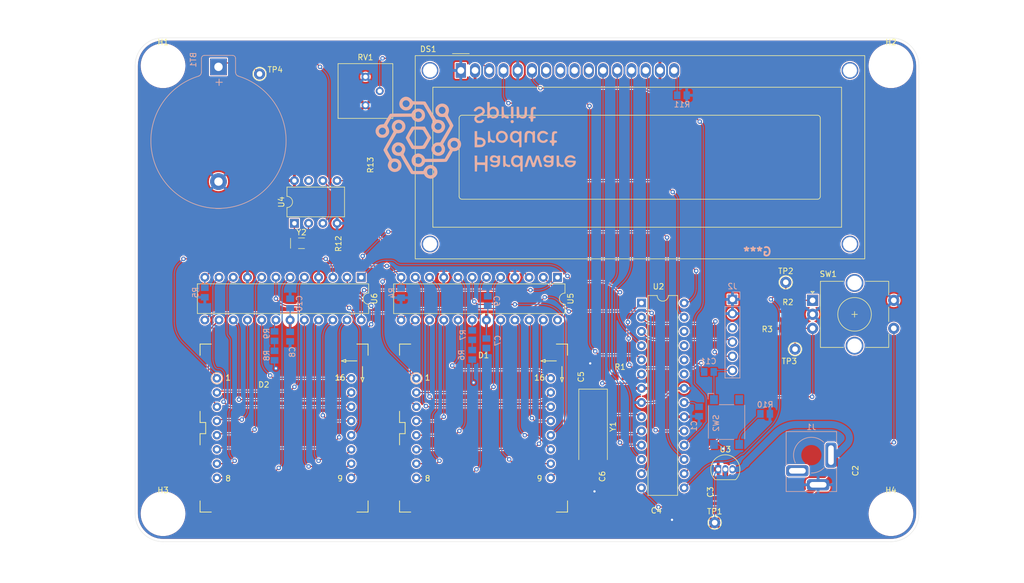
<source format=kicad_pcb>
(kicad_pcb (version 20211014) (generator pcbnew)
  (layers (0 "F.Cu" signal) (31 "B.Cu" signal) (34 "B.Paste" user) (35 "F.Paste" user) (36 "B.SilkS" user "B.Silkscreen") (37 "F.SilkS" user "F.Silkscreen") (38 "B.Mask" user) (39 "F.Mask" user) (44 "Edge.Cuts" user))
  (net 0 "")
  (net 1 "LCD D7")
  (net 2 "LCD D6")
  (net 3 "LCD D5")
  (net 4 "LCD D4")
  (net 5 "LCD E")
  (net 6 "GND")
  (net 7 "LCD RS")
  (net 8 "VCC")
  (net 9 "Net-(C5-Pad1)")
  (net 10 "Net-(R10-Pad2)")
  (net 11 "ROT ENC SWITCH")
  (net 12 "Net-(R7-Pad2)")
  (net 13 "Net-(R8-Pad2)")
  (net 14 "DATA MAX")
  (net 15 "~{RST}")
  (net 16 "RXD")
  (net 17 "TXD")
  (net 20 "Net-(D2-Pad1)")
  (net 21 "Net-(D2-Pad2)")
  (net 22 "Net-(D2-Pad3)")
  (net 23 "Net-(D2-Pad4)")
  (net 24 "Net-(D2-Pad5)")
  (net 25 "Net-(D2-Pad6)")
  (net 26 "Net-(D2-Pad7)")
  (net 27 "Net-(D2-Pad8)")
  (net 28 "Net-(D2-Pad9)")
  (net 29 "Net-(D2-Pad10)")
  (net 30 "Net-(D2-Pad11)")
  (net 31 "Net-(D2-Pad12)")
  (net 32 "Net-(D2-Pad13)")
  (net 33 "Net-(D2-Pad14)")
  (net 34 "Net-(D2-Pad15)")
  (net 35 "Net-(D2-Pad16)")
  (net 36 "Net-(U4-Pad1)")
  (net 37 "A4 SDA")
  (net 38 "Net-(U4-Pad2)")
  (net 39 "A5 SCK")
  (net 40 "VBAT")
  (net 42 "ROT ENC A OUT")
  (net 43 "ROT ENC B OUT")
  (net 44 "LOAD MAX")
  (net 45 "SCK")
  (net 46 "Net-(C1-Pad1)")
  (net 47 "D1OD2I")
  (net 48 "Net-(C2-Pad1)")
  (net 49 "Net-(C6-Pad1)")
  (net 50 "~{RESET BTN}")
  (net 51 "Net-(D1-Pad1)")
  (net 52 "Net-(D1-Pad2)")
  (net 53 "Net-(D1-Pad3)")
  (net 54 "Net-(D1-Pad4)")
  (net 55 "Net-(D1-Pad5)")
  (net 56 "Net-(D1-Pad6)")
  (net 57 "Net-(D1-Pad7)")
  (net 58 "Net-(D1-Pad8)")
  (net 59 "Net-(D1-Pad9)")
  (net 60 "Net-(D1-Pad10)")
  (net 61 "Net-(D1-Pad11)")
  (net 62 "Net-(D1-Pad12)")
  (net 63 "Net-(D1-Pad13)")
  (net 64 "Net-(D1-Pad14)")
  (net 65 "Net-(D1-Pad15)")
  (net 66 "Net-(D1-Pad16)")
  (net 67 "Net-(R6-Pad2)")
  (net 68 "Net-(R9-Pad2)")
  (net 79 "Net-(DS1-Pad16)")
  (net 80 "Net-(DS1-Pad3)")
  (footprint "footprints:Crystal_SMD_2Pin_3.2x1.5mm" (layer "F.Cu") (at 109.718 91.704)
    (fp_text reference "Y2")
    (fp_text value "Crystal_32768Hz")
  )
  (footprint "footprints:R_0805_2012Metric" (layer "F.Cu") (at 166.624 115.443)
    (fp_text reference "R1")
    (fp_text value "10KΩ")
  )
  (footprint "footprints:MountingHole_3.2mm_M3" (layer "F.Cu") (at 215 140)
    (fp_text reference "H4")
    (fp_text value "MountingHole")
  )
  (footprint "footprints:DIP-24_W7.62mm" (layer "F.Cu") (at 155.453 97.8 -90)
    (fp_text reference "U5")
    (fp_text value "MAX7219")
  )
  (footprint "footprints:C_0805_2012Metric" (layer "F.Cu") (at 161.798 133.35 -90)
    (fp_text reference "C6")
    (fp_text value "22p")
  )
  (footprint "footprints:RotaryEncoder_TT_EN11-Switch_Vertical_H20mm_CircularMountingHoles" (layer "F.Cu") (at 201 101.9)
    (fp_text reference "SW1")
    (fp_text value "RotaryEncoder_Switch")
  )
  (footprint "footprints:KWM-30881CVB" (layer "F.Cu") (at 106.618 124.714)
    (fp_text reference "D2")
    (fp_text value "KWM-30881CVB")
  )
  (footprint "footprints:TestPoint_THTPad_D2.0mm_Drill1.0mm" (layer "F.Cu") (at 196.215 98.679)
    (fp_text reference "TP2")
    (fp_text value "TestPoint")
  )
  (footprint "footprints:C_0805_2012Metric" (layer "F.Cu") (at 181.102 136.144 -90)
    (fp_text reference "C3")
    (fp_text value "C_0805_0.1uf")
  )
  (footprint "footprints:C_0805_2012Metric" (layer "F.Cu") (at 173.101 141.097)
    (fp_text reference "C4")
    (fp_text value "C_0805_0.1uf")
  )
  (footprint "footprints:R_0805_2012Metric" (layer "F.Cu") (at 118.745 91.782 90)
    (fp_text reference "R12")
    (fp_text value "R_0805_2.2K")
  )
  (footprint "footprints:Crystal_SMD_HC49-SD" (layer "F.Cu") (at 161.798 124.46 -90)
    (fp_text reference "Y1")
    (fp_text value "Crystal 16MHZ")
  )
  (footprint "footprints:TestPoint_THTPad_D2.0mm_Drill1.0mm" (layer "F.Cu") (at 183.515 141.605)
    (fp_text reference "TP1")
    (fp_text value "TestPoint")
  )
  (footprint "footprints:C_0805_2012Metric" (layer "F.Cu") (at 161.29 115.57 90)
    (fp_text reference "C5")
    (fp_text value "22p")
  )
  (footprint "footprints:DIP-24_W7.62mm" (layer "F.Cu") (at 120.396 97.79 -90)
    (fp_text reference "U6")
    (fp_text value "MAX7219")
  )
  (footprint "footprints:MountingHole_3.2mm_M3" (layer "F.Cu") (at 215 60)
    (fp_text reference "H2")
    (fp_text value "MountingHole")
  )
  (footprint "footprints:MountingHole_3.2mm_M3" (layer "F.Cu") (at 85 140)
    (fp_text reference "H3")
    (fp_text value "MountingHole")
  )
  (footprint "footprints:TestPoint_THTPad_D2.0mm_Drill1.0mm" (layer "F.Cu") (at 197.866 110.617)
    (fp_text reference "TP3")
    (fp_text value "TestPoint")
  )
  (footprint "footprints:R_0805_2012Metric" (layer "F.Cu") (at 120.269 77.685 -90)
    (fp_text reference "R13")
    (fp_text value "R_0805_2.2K")
  )
  (footprint "footprints:MountingHole_3.2mm_M3" (layer "F.Cu") (at 85 60)
    (fp_text reference "H1")
    (fp_text value "MountingHole")
  )
  (footprint "footprints:TC1602A-01T" (layer "F.Cu") (at 138.18 60.8425)
    (fp_text reference "DS1")
    (fp_text value "TC1602A-01T")
  )
  (footprint "footprints:R_0805_2012Metric" (layer "F.Cu") (at 196.381 106.934)
    (fp_text reference "R2")
    (fp_text value "R_0805_200")
  )
  (footprint "footprints:DIP-8_W7.62mm" (layer "F.Cu") (at 108.458 88.138 90)
    (fp_text reference "U4")
    (fp_text value "DS1307_DIP-8")
  )
  (footprint "footprints:Potentiometer_Bourns_3386P_Vertical" (layer "F.Cu") (at 121.158 67.056)
    (fp_text reference "RV1")
    (fp_text value "R_POT_10K")
  )
  (footprint "footprints:TestPoint_THTPad_D2.0mm_Drill1.0mm" (layer "F.Cu") (at 102.235 61.468)
    (fp_text reference "TP4")
    (fp_text value "TestPoint")
  )
  (footprint "footprints:C_0805_2012Metric" (layer "F.Cu") (at 207.01 132.334 -90)
    (fp_text reference "C2")
    (fp_text value "C_0805_1uf")
  )
  (footprint "footprints:DIP-28_W7.62mm" (layer "F.Cu") (at 170.444 102.372)
    (fp_text reference "U2")
    (fp_text value "ATmega328-PU")
  )
  (footprint "footprints:TO-92_Inline" (layer "F.Cu") (at 184.15 132.08)
    (fp_text reference "U3")
    (fp_text value "L7805_TO92")
  )
  (footprint "footprints:R_0805_2012Metric" (layer "F.Cu") (at 197.104 103.886 180)
    (fp_text reference "R3")
    (fp_text value "R_0805_200")
  )
  (footprint "footprints:KWM-30881CVB" (layer "F.Cu") (at 142.24 124.714)
    (fp_text reference "D1")
    (fp_text value "KWM-30881CVB")
  )
  (footprint "footprints:C_0805_2012Metric" (layer "B.Cu") (at 142.748 109.562 -90)
    (fp_text reference "C7")
    (fp_text value "C_0805_1uf")
  )
  (footprint "footprints:C_0805_2012Metric" (layer "B.Cu") (at 107.696 108.37 -90)
    (fp_text reference "C8")
    (fp_text value "C_0805_1uf")
  )
  (footprint "footprints:R_0805_2012Metric" (layer "B.Cu") (at 104.902 108.292 90)
    (fp_text reference "R9")
    (fp_text value "R_0805_4.7K")
  )
  (footprint "footprints:C_0805_2012Metric" (layer "B.Cu") (at 180.721 121.754 -90)
    (fp_text reference "C1")
    (fp_text value "10uf")
  )
  (footprint "footprints:R_0805_2012Metric" (layer "B.Cu") (at 140.208 111.633 90)
    (fp_text reference "R6")
    (fp_text value "R_0805_22K")
  )
  (footprint "footprints:C_0805_2012Metric" (layer "B.Cu") (at 182.499 114.681)
    (fp_text reference "C11")
    (fp_text value "100n")
  )
  (footprint "Logo:Logo" (layer "B.Cu") (at 195.246221 78.716708 180)
    (fp_text reference "G***")
    (fp_text value "LOGO" hide)
  )
  (footprint "footprints:C_0805_2012Metric" (layer "B.Cu") (at 107.696 102.45 90)
    (fp_text reference "C10")
    (fp_text value "C_0805_0.1uf")
  )
  (footprint "footprints:C_0805_2012Metric" (layer "B.Cu") (at 143.002 102.02 90)
    (fp_text reference "C9")
    (fp_text value "C_0805_0.1uf")
  )
  (footprint "footprints:Wurth-694106402002" (layer "B.Cu") (at 200.787 129.54 180)
    (fp_text reference "J1")
    (fp_text value "Power_inlet_vertical" hide)
  )
  (footprint "footprints:R_0805_2012Metric" (layer "B.Cu") (at 177.673 65.278)
    (fp_text reference "R11")
    (fp_text value "R_0805_1K")
  )
  (footprint "footprints:R_0805_2012Metric" (layer "B.Cu") (at 127.508 100.584 -90)
    (fp_text reference "R4")
    (fp_text value "R_0805_10K")
  )
  (footprint "footprints:HPS_logo" (layer "B.Cu") (at 140.843 72.898)
    (fp_text reference "G***" hide)
    (fp_text value "LOGO" hide)
  )
  (footprint "footprints:BatteryHolder_Keystone_106_1x20mm" (layer "B.Cu") (at 94.9 60.2 -90)
    (fp_text reference "BT1")
    (fp_text value "Battery_Cell")
  )
  (footprint "footprints:R_0805_2012Metric" (layer "B.Cu") (at 92.456 100.496 -90)
    (fp_text reference "R5")
    (fp_text value "R_0805_10K")
  )
  (footprint "footprints:R_0805_2012Metric" (layer "B.Cu") (at 104.902 111.76 90)
    (fp_text reference "R8")
    (fp_text value "R_0805_22K")
  )
  (footprint "footprints:SW_SPST_Omron_B3FS-100xP" (layer "B.Cu") (at 185.638 123.634 -90)
    (fp_text reference "SW2")
    (fp_text value "Omron_B3F_SPST")
  )
  (footprint "footprints:R_0805_2012Metric" (layer "B.Cu") (at 192.532 122.174 180)
    (fp_text reference "R10")
    (fp_text value "R_0805_200")
  )
  (footprint "footprints:PinHeader_1x06_P2.54mm_Vertical" (layer "B.Cu") (at 186.69 101.727 180)
    (fp_text reference "J2")
    (fp_text value "Conn_01x06")
  )
  (footprint "footprints:R_0805_2012Metric" (layer "B.Cu") (at 140.208 108.116 90)
    (fp_text reference "R7")
    (fp_text value "R_0805_4.7K")
  )
  (gr_line locked (start 220 60) (end 220 140) (layer "Edge.Cuts") (width 0.05))
  (gr_line locked (start 80 60) (end 80 140) (layer "Edge.Cuts") (width 0.05))
  (gr_arc locked (start 80 60) (mid 81.464466 56.464466) (end 85 55) (layer "Edge.Cuts") (width 0.05))
  (gr_arc locked (start 85 145) (mid 81.464466 143.535534) (end 80 140) (layer "Edge.Cuts") (width 0.05))
  (gr_arc locked (start 220 140) (mid 218.535534 143.535534) (end 215 145) (layer "Edge.Cuts") (width 0.05))
  (gr_line locked (start 215 55) (end 85 55) (layer "Edge.Cuts") (width 0.05))
  (gr_arc locked (start 215 55) (mid 218.535534 56.464466) (end 220 60) (layer "Edge.Cuts") (width 0.05))
  (gr_line locked (start 215 145) (end 85 145) (layer "Edge.Cuts") (width 0.05))
  (segment (start 171.548311 130.966823) (end 171.548311 61.437104) (width 0.2032) (layer "B.Cu") (net 1))
  (segment (start 170.996155 132.299844) (end 170.444 132.852) (width 0.2032) (layer "B.Cu") (net 1))
  (segment (start 171.374155 61.016655) (end 171.2 60.8425) (width 0.2032) (layer "B.Cu") (net 1))
  (arc (start 171.374155 61.016655) (mid 171.503049 61.209558) (end 171.548311 61.437104) (width 0.2032) (layer "B.Cu") (net 1))
  (arc (start 171.548311 130.966823) (mid 171.40481 131.688248) (end 170.996155 132.299844) (width 0.2032) (layer "B.Cu") (net 1))
  (segment (start 169.4865 129.3545) (end 170.444 130.312) (width 0.2032) (layer "B.Cu") (net 2))
  (segment (start 167.159644 98.662257) (end 165.903357 99.918548) (width 0.2032) (layer "B.Cu") (net 2))
  (segment (start 168.66 95.040078) (end 168.66 60.8425) (width 0.2032) (layer "B.Cu") (net 2))
  (segment (start 165.659289 112.830096) (end 165.659289 100.507782) (width 0.2032) (layer "B.Cu") (net 2))
  (segment (start 168.529 127.04289) (end 168.529 119.758192) (width 0.2032) (layer "B.Cu") (net 2))
  (arc (start 165.659289 112.830096) (mid 166.032195 114.704825) (end 167.094144 116.294144) (width 0.2032) (layer "B.Cu") (net 2))
  (arc (start 165.659289 100.507782) (mid 165.72272 100.188891) (end 165.903357 99.918548) (width 0.2032) (layer "B.Cu") (net 2))
  (arc (start 169.4865 129.3545) (mid 168.777846 128.293924) (end 168.529 127.04289) (width 0.2032) (layer "B.Cu") (net 2))
  (arc (start 168.66 95.040078) (mid 168.27007 97.000387) (end 167.159644 98.662257) (width 0.2032) (layer "B.Cu") (net 2))
  (arc (start 168.529 119.758192) (mid 168.156093 117.883462) (end 167.094144 116.294144) (width 0.2032) (layer "B.Cu") (net 2))
  (segment (start 167.405754 127.772) (end 170.444 127.772) (width 0.2032) (layer "F.Cu") (net 3))
  (segment (start 166.836 127.536) (end 166.6 127.3) (width 0.2032) (layer "F.Cu") (net 3))
  (via (at 166.6 127.3) (size 0.8128) (drill 0.4064) (layers "F.Cu" "B.Cu") (net 3))
  (arc (start 166.836 127.536) (mid 167.097405 127.710665) (end 167.405754 127.772) (width 0.2032) (layer "F.Cu") (net 3))
  (segment (start 166.118 60.8445) (end 166.12 60.8425) (width 0.2032) (layer "B.Cu") (net 3))
  (segment (start 166.485 127.185) (end 166.6 127.3) (width 0.2032) (layer "B.Cu") (net 3))
  (segment (start 164.719 100.047828) (end 164.719 113.513566) (width 0.2032) (layer "B.Cu") (net 3))
  (segment (start 166.37 126.907365) (end 166.37 117.499433) (width 0.2032) (layer "B.Cu") (net 3))
  (segment (start 166.116 60.849328) (end 166.116 96.675171) (width 0.2032) (layer "B.Cu") (net 3))
  (arc (start 166.116 96.675171) (mid 165.934465 97.587805) (end 165.4175 98.3615) (width 0.2032) (layer "B.Cu") (net 3))
  (arc (start 164.719 100.047828) (mid 164.900534 99.135193) (end 165.4175 98.3615) (width 0.2032) (layer "B.Cu") (net 3))
  (arc (start 166.116 60.849328) (mid 166.116519 60.846715) (end 166.118 60.8445) (width 0.2032) (layer "B.Cu") (net 3))
  (arc (start 166.37 126.907365) (mid 166.399887 127.05762) (end 166.485 127.185) (width 0.2032) (layer "B.Cu") (net 3))
  (arc (start 165.5445 115.5065) (mid 166.155459 116.420865) (end 166.37 117.499433) (width 0.2032) (layer "B.Cu") (net 3))
  (arc (start 165.5445 115.5065) (mid 164.93354 114.592134) (end 164.719 113.513566) (width 0.2032) (layer "B.Cu") (net 3))
  (segment (start 163.449 116.713) (end 167.642637 116.713) (width 0.2032) (layer "F.Cu") (net 4))
  (segment (start 169.6235 115.8925) (end 170.444 115.072) (width 0.2032) (layer "F.Cu") (net 4))
  (via (at 163.449 116.713) (size 0.8128) (drill 0.4064) (layers "F.Cu" "B.Cu") (net 4))
  (arc (start 167.642637 116.713) (mid 168.714672 116.499758) (end 169.6235 115.8925) (width 0.2032) (layer "F.Cu") (net 4))
  (segment (start 163.449 116.713) (end 163.5145 116.6475) (width 0.2032) (layer "B.Cu") (net 4))
  (segment (start 163.58 116.489369) (end 163.58 60.8425) (width 0.2032) (layer "B.Cu") (net 4))
  (arc (start 163.5145 116.6475) (mid 163.562977 116.574948) (end 163.58 116.489369) (width 0.2032) (layer "B.Cu") (net 4))
  (segment (start 169.450036 64.008) (end 152.4 64.008) (width 0.2032) (layer "F.Cu") (net 5))
  (segment (start 180.848 69.977) (end 180.467 69.596) (width 0.2032) (layer "F.Cu") (net 5))
  (segment (start 179.547184 69.215) (end 178.4985 69.215) (width 0.2032) (layer "F.Cu") (net 5))
  (segment (start 173.297792 65.601792) (end 175.788467 68.092467) (width 0.2032) (layer "F.Cu") (net 5))
  (via (at 180.848 69.977) (size 0.8128) (drill 0.4064) (layers "F.Cu" "B.Cu") (net 5))
  (via (at 152.4 64.008) (size 0.8128) (drill 0.4064) (layers "F.Cu" "B.Cu") (net 5))
  (arc (start 178.4985 69.215) (mid 177.03184 68.923263) (end 175.788467 68.092467) (width 0.2032) (layer "F.Cu") (net 5))
  (arc (start 179.547184 69.215) (mid 180.044984 69.314018) (end 180.467 69.596) (width 0.2032) (layer "F.Cu") (net 5))
  (arc (start 173.297792 65.601792) (mid 171.532426 64.422213) (end 169.450036 64.008) (width 0.2032) (layer "F.Cu") (net 5))
  (segment (start 181.601222 118.562454) (end 181.202444 118.163676) (width 0.2032) (layer "B.Cu") (net 5))
  (segment (start 181.19649 124.639508) (end 178.064 127.772) (width 0.2032) (layer "B.Cu") (net 5))
  (segment (start 150.88 61.66525) (end 150.88 60.8425) (width 0.2032) (layer "B.Cu") (net 5))
  (segment (start 181.572864 124.027135) (end 181.798587 123.801412) (width 0.2032) (layer "B.Cu") (net 5))
  (segment (start 181.563571 124.049572) (end 181.563571 124.062716) (width 0.2032) (layer "B.Cu") (net 5))
  (segment (start 182 119.525189) (end 182 123.412155) (width 0.2032) (layer "B.Cu") (net 5))
  (segment (start 179.883289 105.854877) (end 179.883289 116.743247) (width 0.2032) (layer "B.Cu") (net 5))
  (segment (start 182.014433 123.421573) (end 182.009417 123.421573) (width 0.2032) (layer "B.Cu") (net 5))
  (segment (start 151.461772 63.069772) (end 152.4 64.008) (width 0.2032) (layer "B.Cu") (net 5))
  (segment (start 182.021947 123.424685) (end 182.02506 123.427798) (width 0.2032) (layer "B.Cu") (net 5))
  (segment (start 181.483 71.061012) (end 181.483 101.992833) (width 0.2032) (layer "B.Cu") (net 5))
  (segment (start 181.1655 70.2945) (end 180.848 69.977) (width 0.2032) (layer "B.Cu") (net 5))
  (segment (start 179.898168 116.779168) (end 180.811739 117.692739) (width 0.2032) (layer "B.Cu") (net 5))
  (segment (start 181.801412 123.794593) (end 182.030033 123.565973) (width 0.2032) (layer "B.Cu") (net 5))
  (segment (start 181.564407 124.078153) (end 181.564407 124.120714) (width 0.2032) (layer "B.Cu") (net 5))
  (arc (start 180.683144 103.923855) (mid 181.275124 103.037894) (end 181.483 101.992833) (width 0.2032) (layer "B.Cu") (net 5))
  (arc (start 181.202444 118.163676) (mid 181.017097 117.919793) (end 180.811739 117.692739) (width 0.2032) (layer "B.Cu") (net 5))
  (arc (start 150.88 61.66525) (mid 151.031197 62.425371) (end 151.461772 63.069772) (width 0.2032) (layer "B.Cu") (net 5))
  (arc (start 179.898168 116.779168) (mid 179.887156 116.762687) (end 179.883289 116.743247) (width 0.2032) (layer "B.Cu") (net 5))
  (arc (start 182 119.525189) (mid 181.89636 119.00416) (end 181.601222 118.562454) (width 0.2032) (layer "B.Cu") (net 5))
  (arc (start 181.19649 124.639508) (mid 181.402684 124.396017) (end 181.564407 124.120714) (width 0.2032) (layer "B.Cu") (net 5))
  (arc (start 181.801412 123.794593) (mid 181.800366 123.796157) (end 181.8 123.798003) (width 0.2032) (layer "B.Cu") (net 5))
  (arc (start 181.564407 124.078153) (mid 181.564001 124.070467) (end 181.563571 124.062716) (width 0.2032) (layer "B.Cu") (net 5))
  (arc (start 180.683144 103.923855) (mid 180.091164 104.809815) (end 179.883289 105.854877) (width 0.2032) (layer "B.Cu") (net 5))
  (arc (start 181.8 123.798003) (mid 181.799632 123.799847) (end 181.798587 123.801412) (width 0.2032) (layer "B.Cu") (net 5))
  (arc (start 181.1655 70.2945) (mid 181.400484 70.646178) (end 181.483 71.061012) (width 0.2032) (layer "B.Cu") (net 5))
  (arc (start 182.021947 123.424685) (mid 182.018499 123.422381) (end 182.014433 123.421573) (width 0.2032) (layer "B.Cu") (net 5))
  (arc (start 182 123.412155) (mid 182.002758 123.418814) (end 182.009417 123.421573) (width 0.2032) (layer "B.Cu") (net 5))
  (arc (start 181.572864 124.027135) (mid 181.565986 124.037429) (end 181.563571 124.049572) (width 0.2032) (layer "B.Cu") (net 5))
  (arc (start 182.02506 123.427798) (mid 182.04186 123.495719) (end 182.030033 123.565973) (width 0.2032) (layer "B.Cu") (net 5))
  (segment (start 175.895 141.097) (end 173.951 141.097) (width 0.2032) (layer "F.Cu") (net 6))
  (segment (start 185.42 134.589184) (end 185.42 132.08) (width 1.016) (layer "F.Cu") (net 6))
  (segment (start 205.95 133.184) (end 207.01 133.184) (width 1.27) (layer "F.Cu") (net 6))
  (segment (start 183.863748 137.248) (end 181.535605 137.248) (width 0.762) (layer "F.Cu") (net 6))
  (segment (start 198.766722 136.652) (end 187.482815 136.652) (width 1.016) (layer "F.Cu") (net 6))
  (segment (start 175.214409 118.53659) (end 174.71446 119.036538) (width 0.2032) (layer "F.Cu") (net 6))
  (segment (start 162.052 136.017) (end 161.925 135.89) (width 0.2032) (layer "F.Cu") (net 6))
  (segment (start 185.503 136.569) (end 185.801 136.271) (width 0.762) (layer "F.Cu") (net 6))
  (segment (start 201.374217 135.325782) (end 200.954 135.746) (width 1.016) (layer "F.Cu") (net 6))
  (segment (start 172.0215 120.152) (end 170.444 120.152) (width 0.2032) (layer "F.Cu") (net 6))
  (segment (start 177.942 117.734) (end 178.064 117.612) (width 0.2032) (layer "F.Cu") (net 6))
  (segment (start 181.229 137.121) (end 181.102 136.994) (width 0.762) (layer "F.Cu") (net 6))
  (segment (start 203.719782 134.354217) (end 204.140466 133.933533) (width 1.27) (layer "F.Cu") (net 6))
  (segment (start 185.801 135.509) (end 186.563 136.271) (width 1.016) (layer "F.Cu") (net 6))
  (segment (start 161.29 113.157) (end 161.29 114.72) (width 0.2032) (layer "F.Cu") (net 6))
  (segment (start 161.798 135.583394) (end 161.798 134.2) (width 0.2032) (layer "F.Cu") (net 6))
  (segment (start 176.8575 117.856) (end 177.647465 117.856) (width 0.2032) (layer "F.Cu") (net 6))
  (via (at 161.29 113.157) (size 0.8128) (drill 0.4064) (layers "F.Cu" "B.Cu") (net 6))
  (via (at 175.895 141.097) (size 0.8128) (drill 0.4064) (layers "F.Cu" "B.Cu") (net 6))
  (via (at 162.052 136.017) (size 0.8128) (drill 0.4064) (layers "F.Cu" "B.Cu") (net 6))
  (arc (start 183.863748 137.248) (mid 184.750904 137.071533) (end 185.503 136.569) (width 0.762) (layer "F.Cu") (net 6))
  (arc (start 187.482815 136.652) (mid 186.985014 136.552981) (end 186.563 136.271) (width 1.016) (layer "F.Cu") (net 6))
  (arc (start 181.229 137.121) (mid 181.369671 137.214993) (end 181.535605 137.248) (width 0.762) (layer "F.Cu") (net 6))
  (arc (start 177.942 117.734) (mid 177.806866 117.824293) (end 177.647465 117.856) (width 0.2032) (layer "F.Cu") (net 6))
  (arc (start 185.42 134.589184) (mid 185.519018 135.086984) (end 185.801 135.509) (width 1.016) (layer "F.Cu") (net 6))
  (arc (start 185.801 136.271) (mid 185.958815 135.89) (end 185.801 135.509) (width 0.762) (layer "F.Cu") (net 6))
  (arc (start 185.801 136.271) (mid 186.182 136.113184) (end 186.563 136.271) (width 1.016) (layer "F.Cu") (net 6))
  (arc (start 161.798 135.583394) (mid 161.831006 135.749328) (end 161.925 135.89) (width 0.2032) (layer "F.Cu") (net 6))
  (arc (start 175.214409 118.53659) (mid 175.968265 118.032879) (end 176.8575 117.856) (width 0.2032) (layer "F.Cu") (net 6))
  (arc (start 204.140466 133.933533) (mid 204.970687 133.378797) (end 205.95 133.184) (width 1.27) (layer "F.Cu") (net 6))
  (arc (start 198.766722 136.652) (mid 199.950468 136.416538) (end 200.954 135.746) (width 1.016) (layer "F.Cu") (net 6))
  (arc (start 174.71446 119.036538) (mid 173.478919 119.8621) (end 172.0215 120.152) (width 0.2032) (layer "F.Cu") (net 6))
  (arc (start 201.374217 135.325782) (mid 201.912294 134.96625) (end 202.547 134.84) (width 0.2032) (layer "F.Cu") (net 6))
  (arc (start 203.719782 134.354217) (mid 203.181705 134.713749) (end 202.547 134.84) (width 1.27) (layer "F.Cu") (net 6))
  (segment (start 160.295789 66.675) (end 146.685 66.675) (width 0.2032) (layer "F.Cu") (net 7))
  (segment (start 162.179 110.998) (end 162.4965 111.3155) (width 0.2032) (layer "F.Cu") (net 7))
  (segment (start 160.909 66.929) (end 161.163 67.183) (width 0.2032) (layer "F.Cu") (net 7))
  (segment (start 168.909311 111.633) (end 163.263012 111.633) (width 0.2032) (layer "F.Cu") (net 7))
  (segment (start 169.9945 112.0825) (end 170.444 112.532) (width 0.2032) (layer "F.Cu") (net 7))
  (via (at 146.685 66.675) (size 0.8128) (drill 0.4064) (layers "F.Cu" "B.Cu") (net 7))
  (via (at 162.179 110.998) (size 0.8128) (drill 0.4064) (layers "F.Cu" "B.Cu") (net 7))
  (via (at 161.163 67.183) (size 0.8128) (drill 0.4064) (layers "F.Cu" "B.Cu") (net 7))
  (arc (start 163.263012 111.633) (mid 162.848178 111.550484) (end 162.4965 111.3155) (width 0.2032) (layer "F.Cu") (net 7))
  (arc (start 169.9945 112.0825) (mid 169.496611 111.749821) (end 168.909311 111.633) (width 0.2032) (layer "F.Cu") (net 7))
  (arc (start 160.909 66.929) (mid 160.627656 66.741012) (end 160.295789 66.675) (width 0.2032) (layer "F.Cu") (net 7))
  (segment (start 161.671 110.49) (end 162.179 110.998) (width 0.2032) (layer "B.Cu") (net 7))
  (segment (start 146.2425 66.2325) (end 146.685 66.675) (width 0.2032) (layer "B.Cu") (net 7))
  (segment (start 161.163 109.263579) (end 161.163 67.183) (width 0.2032) (layer "B.Cu") (net 7))
  (segment (start 145.8 65.16421) (end 145.8 60.8425) (width 0.2032) (layer "B.Cu") (net 7))
  (arc (start 145.8 65.16421) (mid 145.915002 65.742364) (end 146.2425 66.2325) (width 0.2032) (layer "B.Cu") (net 7))
  (arc (start 161.671 110.49) (mid 161.295024 109.927313) (end 161.163 109.263579) (width 0.2032) (layer "B.Cu") (net 7))
  (segment (start 181.968071 132.649928) (end 181.730617 132.887381) (width 0.762) (layer "F.Cu") (net 8))
  (segment (start 181.102 134.405) (end 181.102 135.294) (width 0.762) (layer "F.Cu") (net 8))
  (segment (start 195.531 105.120238) (end 195.531 106.934) (width 0.2032) (layer "F.Cu") (net 8))
  (segment (start 183.344 132.08) (end 184.15 132.08) (width 0.762) (layer "F.Cu") (net 8))
  (segment (start 195.8925 104.2475) (end 196.254 103.886) (width 0.2032) (layer "F.Cu") (net 8))
  (via (at 140.462 116.586) (size 0.8128) (drill 0.4064) (layers "F.Cu" "B.Cu") (net 8))
  (via (at 105.156 114.046) (size 0.8128) (drill 0.4064) (layers "F.Cu" "B.Cu") (net 8))
  (via (at 185.039 128.397) (size 0.8128) (drill 0.4064) (layers "F.Cu" "B.Cu") (net 8))
  (arc (start 181.730617 132.887381) (mid 181.265372 133.58367) (end 181.102 134.405) (width 0.762) (layer "F.Cu") (net 8))
  (arc (start 183.344 132.08) (mid 182.599352 132.228119) (end 181.968071 132.649928) (width 0.762) (layer "F.Cu") (net 8))
  (arc (start 195.8925 104.2475) (mid 195.62495 104.647915) (end 195.531 105.120238) (width 0.2032) (layer "F.Cu") (net 8))
  (segment (start 183.832 127.634) (end 183.388 127.634) (width 0.2032) (layer "B.Cu") (net 8))
  (segment (start 142.753 105.596069) (end 142.753 107.687464) (width 0.2032) (layer "B.Cu") (net 8))
  (segment (start 104.902 113.612394) (end 104.902 112.61) (width 0.2032) (layer "B.Cu") (net 8))
  (segment (start 183.515 133.164012) (end 183.515 141.605) (width 0.2032) (layer "B.Cu") (net 8))
  (segment (start 142.748 107.699535) (end 142.748 108.712) (width 0.2032) (layer "B.Cu") (net 8))
  (segment (start 140.208 116.152394) (end 140.208 112.483) (width 0.2032) (layer "B.Cu") (net 8))
  (segment (start 140.335 116.459) (end 140.462 116.586) (width 0.2032) (layer "B.Cu") (net 8))
  (segment (start 183.8325 132.3975) (end 184.15 132.08) (width 0.2032) (layer "B.Cu") (net 8))
  (segment (start 105.156 114.046) (end 105.029 113.919) (width 0.2032) (layer "B.Cu") (net 8))
  (segment (start 143.002 104.99493) (end 143.002 102.87) (width 0.2032) (layer "B.Cu") (net 8))
  (segment (start 107.696 105.41) (end 107.696 103.3) (width 0.2032) (layer "B.Cu") (net 8))
  (segment (start 184.589955 127.947955) (end 185.039 128.397) (width 0.2032) (layer "B.Cu") (net 8))
  (segment (start 107.696 105.41) (end 107.696 107.52) (width 0.2032) (layer "B.Cu") (net 8))
  (arc (start 143.002 104.99493) (mid 142.969643 105.157597) (end 142.8775 105.2955) (width 0.2032) (layer "B.Cu") (net 8))
  (arc (start 142.753 105.596069) (mid 142.785356 105.433402) (end 142.8775 105.2955) (width 0.2032) (layer "B.Cu") (net 8))
  (arc (start 140.335 116.459) (mid 140.241006 116.318328) (end 140.208 116.152394) (width 0.2032) (layer "B.Cu") (net 8))
  (arc (start 183.8325 132.3975) (mid 183.597515 132.749178) (end 183.515 133.164012) (width 0.2032) (layer "B.Cu") (net 8))
  (arc (start 142.7505 107.6935) (mid 142.748649 107.696268) (end 142.748 107.699535) (width 0.2032) (layer "B.Cu") (net 8))
  (arc (start 184.589955 127.947955) (mid 184.242202 127.715594) (end 183.832 127.634) (width 0.2032) (layer "B.Cu") (net 8))
  (arc (start 142.7505 107.6935) (mid 142.75235 107.69073) (end 142.753 107.687464) (width 0.2032) (layer "B.Cu") (net 8))
  (arc (start 105.029 113.919) (mid 104.935006 113.778328) (end 104.902 113.612394) (width 0.2032) (layer "B.Cu") (net 8))
  (segment (start 161.798 120.56921) (end 161.798 120.9309) (width 0.2032) (layer "F.Cu") (net 9))
  (segment (start 163.167099 122.3) (end 169.774814 122.3) (width 0.2032) (layer "F.Cu") (net 9))
  (segment (start 170.248 122.496) (end 170.444 122.692) (width 0.2032) (layer "F.Cu") (net 9))
  (segment (start 161.29 119.342789) (end 161.29 116.42) (width 0.2032) (layer "F.Cu") (net 9))
  (arc (start 161.798 120.56921) (mid 161.731987 120.237343) (end 161.544 119.956) (width 0.2032) (layer "F.Cu") (net 9))
  (arc (start 161.544 119.956) (mid 161.356012 119.674656) (end 161.29 119.342789) (width 0.2032) (layer "F.Cu") (net 9))
  (arc (start 161.798 120.9309) (mid 161.902216 121.454832) (end 162.199 121.899) (width 0.2032) (layer "F.Cu") (net 9))
  (arc (start 169.774814 122.3) (mid 170.0309 122.350938) (end 170.248 122.496) (width 0.2032) (layer "F.Cu") (net 9))
  (arc (start 163.167099 122.3) (mid 162.643167 122.195783) (end 162.199 121.899) (width 0.2032) (layer "F.Cu") (net 9))
  (segment (start 188.477019 125.37898) (end 191.682 122.174) (width 0.2032) (layer "B.Cu") (net 10))
  (segment (start 187.888 126.801) (end 187.888 127.634) (width 0.2032) (layer "B.Cu") (net 10))
  (arc (start 188.477019 125.37898) (mid 188.041081 126.031408) (end 187.888 126.801) (width 0.2032) (layer "B.Cu") (net 10))
  (segment (start 215.392 127.254) (end 215.519 127.254) (width 0.2032) (layer "F.Cu") (net 11))
  (segment (start 215.175197 127.343802) (end 205.301792 137.217207) (width 0.2032) (layer "F.Cu") (net 11))
  (segment (start 173.482 138.811) (end 201.454036 138.811) (width 0.2032) (layer "F.Cu") (net 11))
  (via (at 173.482 138.811) (size 0.8128) (drill 0.4064) (layers "F.Cu" "B.Cu") (net 11))
  (via (at 215.519 127.254) (size 0.8128) (drill 0.4064) (layers "F.Cu" "B.Cu") (net 11))
  (arc (start 215.392 127.254) (mid 215.274667 127.277338) (end 215.175197 127.343802) (width 0.2032) (layer "F.Cu") (net 11))
  (arc (start 201.454036 138.811) (mid 203.536426 138.396786) (end 205.301792 137.217207) (width 0.2032) (layer "F.Cu") (net 11))
  (segment (start 173.482 138.811) (end 170.578703 135.907703) (width 0.2032) (layer "B.Cu") (net 11))
  (segment (start 215.5245 127.2485) (end 215.519 127.254) (width 0.2032) (layer "B.Cu") (net 11))
  (segment (start 170.444 135.5825) (end 170.444 135.392) (width 0.2032) (layer "B.Cu") (net 11))
  (segment (start 215.53 127.235221) (end 215.53 106.894) (width 0.2032) (layer "B.Cu") (net 11))
  (arc (start 215.53 127.235221) (mid 215.52857 127.242407) (end 215.5245 127.2485) (width 0.2032) (layer "B.Cu") (net 11))
  (arc (start 170.578703 135.907703) (mid 170.479008 135.758498) (end 170.444 135.5825) (width 0.2032) (layer "B.Cu") (net 11))
  (segment (start 140.2105 105.4225) (end 140.213 105.42) (width 0.2032) (layer "B.Cu") (net 12))
  (segment (start 140.208 105.428535) (end 140.208 107.266) (width 0.2032) (layer "B.Cu") (net 12))
  (arc (start 140.208 105.428535) (mid 140.208649 105.425268) (end 140.2105 105.4225) (width 0.2032) (layer "B.Cu") (net 12))
  (segment (start 104.902 110.91) (end 104.902 109.142) (width 0.2032) (layer "B.Cu") (net 13))
  (segment (start 168.987004 89.662) (end 168.30079 89.662) (width 0.2032) (layer "F.Cu") (net 14))
  (segment (start 173.271579 89.662) (end 172.857346 89.662) (width 0.2032) (layer "F.Cu") (net 14))
  (segment (start 144.183136 89.662) (end 139.496848 89.662) (width 0.2032) (layer "F.Cu") (net 14))
  (segment (start 171.614649 89.662) (end 169.957719 89.662) (width 0.2032) (layer "F.Cu") (net 14))
  (segment (start 175.006 90.678) (end 174.498 90.17) (width 0.2032) (layer "F.Cu") (net 14))
  (segment (start 162.928288 89.662) (end 158.242 89.662) (width 0.2032) (layer "F.Cu") (net 14))
  (segment (start 158.242 89.662) (end 153.555712 89.662) (width 0.2032) (layer "F.Cu") (net 14))
  (segment (start 121.539 95.758) (end 124.968 95.758) (width 0.2032) (layer "F.Cu") (net 14))
  (segment (start 119.761 95.758) (end 121.539 95.758) (width 0.2032) (layer "F.Cu") (net 14))
  (segment (start 125.222 89.662) (end 139.496848 89.662) (width 0.2032) (layer "F.Cu") (net 14))
  (segment (start 171.614649 89.662) (end 172.028881 89.662) (width 0.2032) (layer "F.Cu") (net 14))
  (segment (start 167.614576 89.662) (end 166.928362 89.662) (width 0.2032) (layer "F.Cu") (net 14))
  (segment (start 148.869424 89.662) (end 144.183136 89.662) (width 0.2032) (layer "F.Cu") (net 14))
  (segment (start 166.27145 89.662) (end 164.271413 89.662) (width 0.2032) (layer "F.Cu") (net 14))
  (segment (start 119.761 95.758) (end 95.92484 95.758) (width 0.2032) (layer "F.Cu") (net 14))
  (segment (start 166.928362 89.662) (end 166.27145 89.662) (width 0.2032) (layer "F.Cu") (net 14))
  (segment (start 93.472 96.774) (end 92.456 97.79) (width 0.2032) (layer "F.Cu") (net 14))
  (segment (start 172.857346 89.662) (end 172.028881 89.662) (width 0.2032) (layer "F.Cu") (net 14))
  (segment (start 153.555712 89.662) (end 148.869424 89.662) (width 0.2032) (layer "F.Cu") (net 14))
  (segment (start 168.30079 89.662) (end 167.614576 89.662) (width 0.2032) (layer "F.Cu") (net 14))
  (segment (start 164.271413 89.662) (end 162.928288 89.662) (width 0.2032) (layer "F.Cu") (net 14))
  (segment (start 120.65 93.98) (end 120.65 94.869) (width 0.2032) (layer "F.Cu") (net 14))
  (segment (start 169.957719 89.662) (end 168.987004 89.662) (width 0.2032) (layer "F.Cu") (net 14))
  (via (at 175.006 90.678) (size 0.8128) (drill 0.4064) (layers "F.Cu" "B.Cu") (net 14))
  (via (at 125.222 89.662) (size 0.8128) (drill 0.4064) (layers "F.Cu" "B.Cu") (net 14))
  (via (at 124.968 95.758) (size 0.8128) (drill 0.4064) (layers "F.Cu" "B.Cu") (net 14))
  (via (at 120.65 93.98) (size 0.8128) (drill 0.4064) (layers "F.Cu" "B.Cu") (net 14))
  (arc (start 121.539 95.758) (mid 120.910382 95.497617) (end 120.65 94.869) (width 0.2032) (layer "F.Cu") (net 14))
  (arc (start 93.472 96.774) (mid 94.597372 96.022049) (end 95.92484 95.758) (width 0.2032) (layer "F.Cu") (net 14))
  (arc (start 119.761 95.758) (mid 120.389617 95.497617) (end 120.65 94.869) (width 0.2032) (layer "F.Cu") (net 14))
  (arc (start 173.271579 89.662) (mid 173.935313 89.794024) (end 174.498 90.17) (width 0.2032) (layer "F.Cu") (net 14))
  (segment (start 120.65 93.98) (end 124.878197 89.751802) (width 0.2032) (layer "B.Cu") (net 14))
  (segment (start 125.222 89.662) (end 125.095 89.662) (width 0.2032) (layer "B.Cu") (net 14))
  (segment (start 92.456 99.646) (end 92.456 97.79) (width 0.2032) (layer "B.Cu") (net 14))
  (segment (start 125.648837 95.935837) (end 127.5105 97.7975) (width 0.2032) (layer "B.Cu") (net 14))
  (segment (start 175.006 125.091667) (end 175.006 90.678) (width 0.2032) (layer "B.Cu") (net 14))
  (segment (start 127.508 97.808535) (end 127.508 99.734) (width 0.2032) (layer "B.Cu") (net 14))
  (segment (start 176.535 128.783) (end 178.064 130.312) (width 0.2032) (layer "B.Cu") (net 14))
  (segment (start 124.968 95.758) (end 125.2195 95.758) (width 0.2032) (layer "B.Cu") (net 14))
  (arc (start 127.5105 97.8025) (mid 127.511535 97.8) (end 127.5105 97.7975) (width 0.2032) (layer "B.Cu") (net 14))
  (arc (start 125.648837 95.935837) (mid 125.451855 95.804218) (end 125.2195 95.758) (width 0.2032) (layer "B.Cu") (net 14))
  (arc (start 175.006 125.091667) (mid 175.403374 127.089402) (end 176.535 128.783) (width 0.2032) (layer "B.Cu") (net 14))
  (arc (start 127.5105 97.8025) (mid 127.508649 97.805268) (end 127.508 97.808535) (width 0.2032) (layer "B.Cu") (net 14))
  (arc (start 124.878197 89.751802) (mid 124.977667 89.685338) (end 125.095 89.662) (width 0.2032) (layer "B.Cu") (net 14))
  (segment (start 181.1 113.1) (end 180.7 113.1) (width 0.2032) (layer "F.Cu") (net 15))
  (segment (start 179.832311 113.967689) (end 169.447622 113.967689) (width 0.2032) (layer "F.Cu") (net 15))
  (segment (start 168.275 113.411) (end 168.686512 113.822512) (width 0.2032) (layer "F.Cu") (net 15))
  (segment (start 167.870591 115.339408) (end 169.097134 114.112865) (width 0.2032) (layer "F.Cu") (net 15))
  (segment (start 167.6205 115.443) (end 167.474 115.443) (width 0.2032) (layer "F.Cu") (net 15))
  (segment (start 169.037 113.967689) (end 169.447622 113.967689) (width 0.2032) (layer "F.Cu") (net 15))
  (segment (start 168.021 108.495197) (end 168.021 105.791) (width 0.2032) (layer "F.Cu") (net 15))
  (segment (start 180.7 113.1) (end 179.832311 113.967689) (width 0.2032) (layer "F.Cu") (net 15))
  (segment (start 168.0845 108.6485) (end 168.148 108.712) (width 0.2032) (layer "F.Cu") (net 15))
  (via (at 168.021 105.791) (size 0.8128) (drill 0.4064) (layers "F.Cu" "B.Cu") (net 15))
  (via (at 168.275 113.411) (size 0.8128) (drill 0.4064) (layers "F.Cu" "B.Cu") (net 15))
  (via (at 168.148 108.712) (size 0.8128) (drill 0.4064) (layers "F.Cu" "B.Cu") (net 15))
  (via (at 181.1 113.1) (size 0.8128) (drill 0.4064) (layers "F.Cu" "B.Cu") (net 15))
  (arc (start 167.870591 115.339408) (mid 167.755848 115.416077) (end 167.6205 115.443) (width 0.2032) (layer "F.Cu") (net 15))
  (arc (start 168.0845 108.6485) (mid 168.037503 108.578164) (end 168.021 108.495197) (width 0.2032) (layer "F.Cu") (net 15))
  (arc (start 169.097134 114.112865) (mid 169.115569 114.020186) (end 169.037 113.967689) (width 0.2032) (layer "F.Cu") (net 15))
  (arc (start 168.686512 113.822512) (mid 168.847317 113.929958) (end 169.037 113.967689) (width 0.2032) (layer "F.Cu") (net 15))
  (arc (start 169.097134 114.112865) (mid 169.257939 114.005419) (end 169.447622 113.967689) (width 0.2032) (layer "F.Cu") (net 15))
  (segment (start 168.2115 113.3475) (end 168.275 113.411) (width 0.2032) (layer "B.Cu") (net 15))
  (segment (start 168.373139 104.44286) (end 170.444 102.372) (width 0.2032) (layer "B.Cu") (net 15))
  (segment (start 168.021 105.293) (end 168.021 105.791) (width 0.2032) (layer "B.Cu") (net 15))
  (segment (start 181.1 113.1) (end 181.1 114.61221) (width 0.2032) (layer "B.Cu") (net 15))
  (segment (start 168.148 108.712) (end 168.148 113.194197) (width 0.2032) (layer "B.Cu") (net 15))
  (segment (start 181.3755 114.681) (end 181.649 114.681) (width 0.2032) (layer "B.Cu") (net 15))
  (segment (start 181.1 114.61221) (end 181.121562 114.633772) (width 0.2032) (layer "B.Cu") (net 15))
  (arc (start 181.121562 114.633772) (mid 181.246684 114.668313) (end 181.3755 114.681) (width 0.2032) (layer "B.Cu") (net 15))
  (arc (start 168.021 105.293) (mid 168.112517 104.832907) (end 168.373139 104.44286) (width 0.2032) (layer "B.Cu") (net 15))
  (arc (start 168.2115 113.3475) (mid 168.164503 113.277164) (end 168.148 113.194197) (width 0.2032) (layer "B.Cu") (net 15))
  (segment (start 184.815815 111.887) (end 186.69 111.887) (width 0.2032) (layer "F.Cu") (net 16))
  (segment (start 183.642 105.664) (end 183.465844 105.840155) (width 0.2032) (layer "F.Cu") (net 16))
  (segment (start 183.040567 106.016311) (end 172.329176 106.016311) (width 0.2032) (layer "F.Cu") (net 16))
  (segment (start 170.996155 105.464155) (end 170.444 104.912) (width 0.2032) (layer "F.Cu") (net 16))
  (segment (start 183.896 111.506) (end 183.515 111.125) (width 0.2032) (layer "F.Cu") (net 16))
  (via (at 183.515 111.125) (size 0.8128) (drill 0.4064) (layers "F.Cu" "B.Cu") (net 16))
  (via (at 183.642 105.664) (size 0.8128) (drill 0.4064) (layers "F.Cu" "B.Cu") (net 16))
  (arc (start 170.996155 105.464155) (mid 171.60775 105.87281) (end 172.329176 106.016311) (width 0.2032) (layer "F.Cu") (net 16))
  (arc (start 183.040567 106.016311) (mid 183.270725 105.970529) (end 183.465844 105.840155) (width 0.2032) (layer "F.Cu") (net 16))
  (arc (start 184.815815 111.887) (mid 184.318014 111.787981) (end 183.896 111.506) (width 0.2032) (layer "F.Cu") (net 16))
  (segment (start 183.642 105.664) (end 183.5785 105.7275) (width 0.2032) (layer "B.Cu") (net 16))
  (segment (start 183.515 111.125) (end 183.515 105.880802) (width 0.2032) (layer "B.Cu") (net 16))
  (arc (start 183.515 105.880802) (mid 183.531503 105.797835) (end 183.5785 105.7275) (width 0.2032) (layer "B.Cu") (net 16))
  (segment (start 171.161844 108.169844) (end 170.444 107.452) (width 0.2032) (layer "F.Cu") (net 17))
  (segment (start 185.905907 108.887689) (end 172.894874 108.887689) (width 0.2032) (layer "F.Cu") (net 17))
  (segment (start 186.460344 109.117344) (end 186.69 109.347) (width 0.2032) (layer "F.Cu") (net 17))
  (arc (start 172.894874 108.887689) (mid 171.956965 108.701127) (end 171.161844 108.169844) (width 0.2032) (layer "F.Cu") (net 17))
  (arc (start 185.905907 108.887689) (mid 186.205966 108.947374) (end 186.460344 109.117344) (width 0.2032) (layer "F.Cu") (net 17))
  (segment (start 114.046 94.488) (end 88.646 94.488) (width 0.2032) (layer "F.Cu") (net 20))
  (via (at 88.646 94.488) (size 0.8128) (drill 0.4064) (layers "F.Cu" "B.Cu") (net 20))
  (via (at 114.046 94.488) (size 0.8128) (drill 0.4064) (layers "F.Cu" "B.Cu") (net 20))
  (segment (start 115.316 96.656025) (end 115.316 97.79) (width 0.2032) (layer "B.Cu") (net 20))
  (segment (start 114.681 95.123) (end 114.046 94.488) (width 0.2032) (layer "B.Cu") (net 20))
  (segment (start 86.995 97.306433) (end 86.995 105.631036) (width 0.2032) (layer "B.Cu") (net 20))
  (segment (start 87.8205 95.3135) (end 88.646 94.488) (width 0.2032) (layer "B.Cu") (net 20))
  (segment (start 88.588792 109.478792) (end 94.68 115.57) (width 0.2032) (layer "B.Cu") (net 20))
  (arc (start 88.588792 109.478792) (mid 87.409213 107.713426) (end 86.995 105.631036) (width 0.2032) (layer "B.Cu") (net 20))
  (arc (start 114.681 95.123) (mid 115.150968 95.826357) (end 115.316 96.656025) (width 0.2032) (layer "B.Cu") (net 20))
  (arc (start 86.995 97.306433) (mid 87.20954 96.227865) (end 87.8205 95.3135) (width 0.2032) (layer "B.Cu") (net 20))
  (segment (start 108.077 117.729) (end 108.458 117.348) (width 0.2032) (layer "F.Cu") (net 21))
  (segment (start 107.157184 118.11) (end 94.68 118.11) (width 0.2032) (layer "F.Cu") (net 21))
  (via (at 108.458 117.348) (size 0.8128) (drill 0.4064) (layers "F.Cu" "B.Cu") (net 21))
  (arc (start 108.077 117.729) (mid 107.654984 118.010981) (end 107.157184 118.11) (width 0.2032) (layer "F.Cu") (net 21))
  (segment (start 108.458 117.348) (end 108.794844 117.011155) (width 0.2032) (layer "B.Cu") (net 21))
  (segment (start 109.131689 99.675176) (end 109.131689 116.19794) (width 0.2032) (layer "B.Cu") (net 21))
  (segment (start 109.683844 98.342155) (end 110.236 97.79) (width 0.2032) (layer "B.Cu") (net 21))
  (arc (start 108.794844 117.011155) (mid 109.044145 116.638049) (end 109.131689 116.19794) (width 0.2032) (layer "B.Cu") (net 21))
  (arc (start 109.131689 99.675176) (mid 109.275189 98.95375) (end 109.683844 98.342155) (width 0.2032) (layer "B.Cu") (net 21))
  (segment (start 93.8855 119.8555) (end 94.68 120.65) (width 0.2032) (layer "F.Cu") (net 22))
  (segment (start 93.091 108.662038) (end 93.091 117.937407) (width 0.2032) (layer "F.Cu") (net 22))
  (segment (start 94.0435 106.3625) (end 94.996 105.41) (width 0.2032) (layer "F.Cu") (net 22))
  (arc (start 93.091 117.937407) (mid 93.297483 118.975471) (end 93.8855 119.8555) (width 0.2032) (layer "F.Cu") (net 22))
  (arc (start 93.091 108.662038) (mid 93.338546 107.417537) (end 94.0435 106.3625) (width 0.2032) (layer "F.Cu") (net 22))
  (segment (start 99.06 123.19) (end 94.68 123.19) (width 0.2032) (layer "F.Cu") (net 23))
  (via (at 99.06 123.19) (size 0.8128) (drill 0.4064) (layers "F.Cu" "B.Cu") (net 23))
  (segment (start 99.568 122.682) (end 99.06 123.19) (width 0.2032) (layer "B.Cu") (net 23))
  (segment (start 100.076 121.455579) (end 100.076 105.41) (width 0.2032) (layer "B.Cu") (net 23))
  (arc (start 100.076 121.455579) (mid 99.943975 122.119313) (end 99.568 122.682) (width 0.2032) (layer "B.Cu") (net 23))
  (segment (start 101.346 124.968) (end 100.965 125.349) (width 0.2032) (layer "F.Cu") (net 24))
  (segment (start 100.045184 125.73) (end 94.68 125.73) (width 0.2032) (layer "F.Cu") (net 24))
  (via (at 101.346 124.968) (size 0.8128) (drill 0.4064) (layers "F.Cu" "B.Cu") (net 24))
  (arc (start 100.965 125.349) (mid 100.542984 125.630981) (end 100.045184 125.73) (width 0.2032) (layer "F.Cu") (net 24))
  (segment (start 102.063844 98.342155) (end 102.616 97.79) (width 0.2032) (layer "B.Cu") (net 24))
  (segment (start 101.346 124.968) (end 101.428844 124.885155) (width 0.2032) (layer "B.Cu") (net 24))
  (segment (start 101.511689 124.685151) (end 101.511689 99.675176) (width 0.2032) (layer "B.Cu") (net 24))
  (arc (start 101.511689 124.685151) (mid 101.490158 124.793392) (end 101.428844 124.885155) (width 0.2032) (layer "B.Cu") (net 24))
  (arc (start 102.063844 98.342155) (mid 101.655189 98.95375) (end 101.511689 99.675176) (width 0.2032) (layer "B.Cu") (net 24))
  (segment (start 113.206961 128.27) (end 94.68 128.27) (width 0.2032) (layer "F.Cu") (net 25))
  (segment (start 116.459 126.365) (end 115.5065 127.3175) (width 0.2032) (layer "F.Cu") (net 25))
  (via (at 116.459 126.365) (size 0.8128) (drill 0.4064) (layers "F.Cu" "B.Cu") (net 25))
  (arc (start 113.206961 128.27) (mid 114.451462 128.022453) (end 115.5065 127.3175) (width 0.2032) (layer "F.Cu") (net 25))
  (segment (start 117.1575 106.1085) (end 117.856 105.41) (width 0.2032) (layer "B.Cu") (net 25))
  (segment (start 116.459 107.794828) (end 116.459 126.365) (width 0.2032) (layer "B.Cu") (net 25))
  (arc (start 116.459 107.794828) (mid 116.640534 106.882193) (end 117.1575 106.1085) (width 0.2032) (layer "B.Cu") (net 25))
  (segment (start 97.536 130.81) (end 97.79 130.556) (width 0.2032) (layer "F.Cu") (net 26))
  (segment (start 96.922789 131.064) (end 94.618 131.064) (width 0.2032) (layer "F.Cu") (net 26))
  (via (at 97.79 130.556) (size 0.8128) (drill 0.4064) (layers "F.Cu" "B.Cu") (net 26))
  (arc (start 97.536 130.81) (mid 97.254656 130.997987) (end 96.922789 131.064) (width 0.2032) (layer "F.Cu") (net 26))
  (segment (start 96.774 128.821579) (end 96.774 121.845605) (width 0.2032) (layer "B.Cu") (net 26))
  (segment (start 97.028 109.133655) (end 97.028 121.232394) (width 0.2032) (layer "B.Cu") (net 26))
  (segment (start 97.282 130.048) (end 97.79 130.556) (width 0.2032) (layer "B.Cu") (net 26))
  (segment (start 96.431689 99.675176) (end 96.431689 107.694033) (width 0.2032) (layer "B.Cu") (net 26))
  (segment (start 96.983844 98.342155) (end 97.536 97.79) (width 0.2032) (layer "B.Cu") (net 26))
  (arc (start 96.431689 99.675176) (mid 96.575189 98.95375) (end 96.983844 98.342155) (width 0.2032) (layer "B.Cu") (net 26))
  (arc (start 96.901 121.539) (mid 96.807006 121.679671) (end 96.774 121.845605) (width 0.2032) (layer "B.Cu") (net 26))
  (arc (start 96.431689 107.694033) (mid 96.509176 108.083592) (end 96.729844 108.413844) (width 0.2032) (layer "B.Cu") (net 26))
  (arc (start 96.901 121.539) (mid 96.994993 121.398328) (end 97.028 121.232394) (width 0.2032) (layer "B.Cu") (net 26))
  (arc (start 97.282 130.048) (mid 96.906024 129.485313) (end 96.774 128.821579) (width 0.2032) (layer "B.Cu") (net 26))
  (arc (start 96.729844 108.413844) (mid 96.950511 108.744096) (end 97.028 109.133655) (width 0.2032) (layer "B.Cu") (net 26))
  (segment (start 102.628764 133.604) (end 94.618 133.604) (width 0.2032) (layer "F.Cu") (net 27))
  (segment (start 105.664 131.826) (end 104.775 132.715) (width 0.2032) (layer "F.Cu") (net 27))
  (via (at 105.664 131.826) (size 0.8128) (drill 0.4064) (layers "F.Cu" "B.Cu") (net 27))
  (arc (start 104.775 132.715) (mid 103.790298 133.372956) (end 102.628764 133.604) (width 0.2032) (layer "F.Cu") (net 27))
  (segment (start 105.962155 131.527844) (end 105.664 131.826) (width 0.2032) (layer "B.Cu") (net 27))
  (segment (start 106.260311 130.808033) (end 106.260311 100.240874) (width 0.2032) (layer "B.Cu") (net 27))
  (segment (start 106.978155 98.507844) (end 107.696 97.79) (width 0.2032) (layer "B.Cu") (net 27))
  (arc (start 106.978155 98.507844) (mid 106.446872 99.302965) (end 106.260311 100.240874) (width 0.2032) (layer "B.Cu") (net 27))
  (arc (start 105.962155 131.527844) (mid 106.182822 131.197592) (end 106.260311 130.808033) (width 0.2032) (layer "B.Cu") (net 27))
  (segment (start 121.158 130.343672) (end 121.158 130.300016) (width 0.2032) (layer "F.Cu") (net 28))
  (segment (start 121.158 130.71475) (end 121.158 130.692922) (width 0.2032) (layer "F.Cu") (net 28))
  (segment (start 121.158 130.637358) (end 121.158 130.641327) (width 0.2032) (layer "F.Cu") (net 28))
  (segment (start 121.158 130.919139) (end 121.158 130.923108) (width 0.2032) (layer "F.Cu") (net 28))
  (segment (start 121.158 107.90642) (end 121.158 129.794) (width 0.2032) (layer "F.Cu") (net 28))
  (segment (start 121.158 130.919139) (end 121.158 130.913186) (width 0.2032) (layer "F.Cu") (net 28))
  (segment (start 121.158 130.897311) (end 121.158 130.913186) (width 0.2032) (layer "F.Cu") (net 28))
  (segment (start 121.666 106.68) (end 122.174 106.172) (width 0.2032) (layer "F.Cu") (net 28))
  (segment (start 121.158 130.851672) (end 121.158 130.839766) (width 0.2032) (layer "F.Cu") (net 28))
  (segment (start 121.158 130.389311) (end 121.158 130.351608) (width 0.2032) (layer "F.Cu") (net 28))
  (segment (start 117.856 98.355685) (end 117.856 97.79) (width 0.2032) (layer "F.Cu") (net 28))
  (segment (start 121.158 130.800078) (end 121.158 130.77825) (width 0.2032) (layer "F.Cu") (net 28))
  (segment (start 121.158 130.611561) (end 121.158 130.627436) (width 0.2032) (layer "F.Cu") (net 28))
  (segment (start 121.158 130.516311) (end 121.158 130.532186) (width 0.2032) (layer "F.Cu") (net 28))
  (segment (start 121.158 130.563936) (end 121.158 130.579811) (width 0.2032) (layer "F.Cu") (net 28))
  (segment (start 121.158 130.500436) (end 121.158 130.516311) (width 0.2032) (layer "F.Cu") (net 28))
  (segment (start 121.158 130.71475) (end 121.158 130.77825) (width 0.2032) (layer "F.Cu") (net 28))
  (segment (start 121.674037 102.739407) (end 118.255999 99.321369) (width 0.2032) (layer "F.Cu") (net 28))
  (segment (start 121.158 130.673078) (end 121.158 130.692922) (width 0.2032) (layer "F.Cu") (net 28))
  (segment (start 121.158 129.794) (end 121.158 130.048) (width 0.2032) (layer "F.Cu") (net 28))
  (segment (start 121.158 130.595686) (end 121.158 130.611561) (width 0.2032) (layer "F.Cu") (net 28))
  (segment (start 121.158 130.851672) (end 121.158 130.85564) (width 0.2032) (layer "F.Cu") (net 28))
  (segment (start 121.158 130.389311) (end 121.158 130.468686) (width 0.2032) (layer "F.Cu") (net 28))
  (segment (start 121.158 130.633389) (end 121.158 130.637358) (width 0.2032) (layer "F.Cu") (net 28))
  (segment (start 121.158 130.133328) (end 121.158 130.048) (width 0.2032) (layer "F.Cu") (net 28))
  (segment (start 121.158 130.931046) (end 121.158 130.927077) (width 0.2032) (layer "F.Cu") (net 28))
  (segment (start 121.158 130.133328) (end 121.158 130.216672) (width 0.2032) (layer "F.Cu") (net 28))
  (segment (start 121.158 130.468686) (end 121.158 130.500436) (width 0.2032) (layer "F.Cu") (net 28))
  (segment (start 121.158 130.34764) (end 121.158 130.351608) (width 0.2032) (layer "F.Cu") (net 28))
  (segment (start 121.158 130.216672) (end 121.158 130.300016) (width 0.2032) (layer "F.Cu") (net 28))
  (segment (start 121.158 130.579811) (end 121.158 130.595686) (width 0.2032) (layer "F.Cu") (net 28))
  (segment (start 121.158 130.653234) (end 121.158 130.673078) (width 0.2032) (layer "F.Cu") (net 28))
  (segment (start 121.158 130.343672) (end 121.158 130.34764) (width 0.2032) (layer "F.Cu") (net 28))
  (segment (start 121.158 130.633389) (end 121.158 130.627436) (width 0.2032) (layer "F.Cu") (net 28))
  (segment (start 121.158 130.881436) (end 121.158 130.897311) (width 0.2032) (layer "F.Cu") (net 28))
  (segment (start 121.158 130.931046) (end 121.158 130.935015) (width 0.2032) (layer "F.Cu") (net 28))
  (segment (start 121.158 130.563936) (end 121.158 130.532186) (width 0.2032) (layer "F.Cu") (net 28))
  (segment (start 121.158 130.859608) (end 121.158 130.865561) (width 0.2032) (layer "F.Cu") (net 28))
  (segment (start 121.158 130.85564) (end 121.158 130.859608) (width 0.2032) (layer "F.Cu") (net 28))
  (segment (start 121.989315 102.87) (end 122.174 102.87) (width 0.2032) (layer "F.Cu") (net 28))
  (segment (start 121.158 130.937) (end 121.158 130.935015) (width 0.2032) (layer "F.Cu") (net 28))
  (segment (start 121.158 130.653234) (end 121.158 130.641327) (width 0.2032) (layer "F.Cu") (net 28))
  (segment (start 121.158 130.865561) (end 121.158 130.881436) (width 0.2032) (layer "F.Cu") (net 28))
  (segment (start 121.158 130.800078) (end 121.158 130.819922) (width 0.2032) (layer "F.Cu") (net 28))
  (segment (start 121.158 130.923108) (end 121.158 130.927077) (width 0.2032) (layer "F.Cu") (net 28))
  (segment (start 121.158 130.819922) (end 121.158 130.839766) (width 0.2032) (layer "F.Cu") (net 28))
  (segment (start 121.068197 131.153802) (end 118.618 133.604) (width 0.2032) (layer "F.Cu") (net 28))
  (via (at 122.174 102.87) (size 0.8128) (drill 0.4064) (layers "F.Cu" "B.Cu") (net 28))
  (via (at 122.174 106.172) (size 0.8128) (drill 0.4064) (layers "F.Cu" "B.Cu") (net 28))
  (arc (start 121.158 130.937) (mid 121.13466 131.054332) (end 121.068197 131.153802) (width 0.2032) (layer "F.Cu") (net 28))
  (arc (start 121.674037 102.739407) (mid 121.818688 102.836059) (end 121.989315 102.87) (width 0.2032) (layer "F.Cu") (net 28))
  (arc (start 117.856 98.355685) (mid 117.959956 98.878309) (end 118.255999 99.321369) (width 0.2032) (layer "F.Cu") (net 28))
  (arc (start 121.666 106.68) (mid 121.290024 107.242686) (end 121.158 107.90642) (width 0.2032) (layer "F.Cu") (net 28))
  (segment (start 122.428 105.738394) (end 122.428 103.303605) (width 0.2032) (layer "B.Cu") (net 28))
  (segment (start 122.174 106.172) (end 122.301 106.045) (width 0.2032) (layer "B.Cu") (net 28))
  (segment (start 122.174 102.87) (end 122.301 102.997) (width 0.2032) (layer "B.Cu") (net 28))
  (arc (start 122.301 106.045) (mid 122.394993 105.904328) (end 122.428 105.738394) (width 0.2032) (layer "B.Cu") (net 28))
  (arc (start 122.301 102.997) (mid 122.394993 103.137671) (end 122.428 103.303605) (width 0.2032) (layer "B.Cu") (net 28))
  (segment (start 118.364 131.318) (end 118.618 131.064) (width 0.2032) (layer "F.Cu") (net 29))
  (segment (start 117.750789 131.572) (end 110.998 131.572) (width 0.2032) (layer "F.Cu") (net 29))
  (via (at 110.998 131.572) (size 0.8128) (drill 0.4064) (layers "F.Cu" "B.Cu") (net 29))
  (arc (start 117.750789 131.572) (mid 118.082656 131.505987) (end 118.364 131.318) (width 0.2032) (layer "F.Cu") (net 29))
  (segment (start 110.998 131.572) (end 110.617 131.191) (width 0.2032) (layer "B.Cu") (net 29))
  (segment (start 110.236 130.271184) (end 110.236 105.41) (width 0.2032) (layer "B.Cu") (net 29))
  (arc (start 110.236 130.271184) (mid 110.335018 130.768984) (end 110.617 131.191) (width 0.2032) (layer "B.Cu") (net 29))
  (segment (start 116.423281 130.302) (end 116.415343 130.302) (width 0.2032) (layer "F.Cu") (net 30))
  (segment (start 116.2685 130.302) (end 116.312156 130.302) (width 0.2032) (layer "F.Cu") (net 30))
  (segment (start 114.3 130.302) (end 113.209605 130.302) (width 0.2032) (layer "F.Cu") (net 30))
  (segment (start 116.574093 130.302) (end 116.566155 130.302) (width 0.2032) (layer "F.Cu") (net 30))
  (segment (start 116.582031 130.302) (end 116.574093 130.302) (width 0.2032) (layer "F.Cu") (net 30))
  (segment (start 115.966875 130.302) (end 115.978781 130.302) (width 0.2032) (layer "F.Cu") (net 30))
  (segment (start 116.351843 130.302) (end 116.312156 130.302) (width 0.2032) (layer "F.Cu") (net 30))
  (segment (start 116.431219 130.302) (end 116.423281 130.302) (width 0.2032) (layer "F.Cu") (net 30))
  (segment (start 115.415219 130.302) (end 115.490625 130.302) (width 0.2032) (layer "F.Cu") (net 30))
  (segment (start 116.538375 130.302) (end 116.506625 130.302) (width 0.2032) (layer "F.Cu") (net 30))
  (segment (start 116.2685 130.302) (end 116.1415 130.302) (width 0.2032) (layer "F.Cu") (net 30))
  (segment (start 115.407281 130.302) (end 115.399343 130.302) (width 0.2032) (layer "F.Cu") (net 30))
  (segment (start 116.018468 130.302) (end 115.994655 130.302) (width 0.2032) (layer "F.Cu") (net 30))
  (segment (start 115.31203 130.302) (end 115.145343 130.302) (width 0.2032) (layer "F.Cu") (net 30))
  (segment (start 115.712875 130.302) (end 115.649375 130.302) (width 0.2032) (layer "F.Cu") (net 30))
  (segment (start 117.019605 130.122394) (end 118.618 128.524) (width 0.2032) (layer "F.Cu") (net 30))
  (segment (start 116.586 130.302) (end 116.582031 130.302) (width 0.2032) (layer "F.Cu") (net 30))
  (segment (start 115.776375 130.302) (end 115.839875 130.302) (width 0.2032) (layer "F.Cu") (net 30))
  (segment (start 114.808 130.302) (end 114.978656 130.302) (width 0.2032) (layer "F.Cu") (net 30))
  (segment (start 116.415343 130.302) (end 116.39153 130.302) (width 0.2032) (layer "F.Cu") (net 30))
  (segment (start 115.145343 130.302) (end 114.978656 130.302) (width 0.2032) (layer "F.Cu") (net 30))
  (segment (start 115.744625 130.302) (end 115.712875 130.302) (width 0.2032) (layer "F.Cu") (net 30))
  (segment (start 115.776375 130.302) (end 115.744625 130.302) (width 0.2032) (layer "F.Cu") (net 30))
  (segment (start 115.986718 130.302) (end 115.978781 130.302) (width 0.2032) (layer "F.Cu") (net 30))
  (segment (start 116.058156 130.302) (end 116.018468 130.302) (width 0.2032) (layer "F.Cu") (net 30))
  (segment (start 116.566155 130.302) (end 116.558218 130.302) (width 0.2032) (layer "F.Cu") (net 30))
  (segment (start 116.506625 130.302) (end 116.474875 130.302) (width 0.2032) (layer "F.Cu") (net 30))
  (segment (start 115.415219 130.302) (end 115.407281 130.302) (width 0.2032) (layer "F.Cu") (net 30))
  (segment (start 115.871625 130.302) (end 115.839875 130.302) (width 0.2032) (layer "F.Cu") (net 30))
  (segment (start 116.550281 130.302) (end 116.538375 130.302) (width 0.2032) (layer "F.Cu") (net 30))
  (segment (start 115.903375 130.302) (end 115.871625 130.302) (width 0.2032) (layer "F.Cu") (net 30))
  (segment (start 114.808 130.302) (end 114.3 130.302) (width 0.2032) (layer "F.Cu") (net 30))
  (segment (start 116.097844 130.302) (end 116.058156 130.302) (width 0.2032) (layer "F.Cu") (net 30))
  (segment (start 116.1415 130.302) (end 116.097844 130.302) (width 0.2032) (layer "F.Cu") (net 30))
  (segment (start 115.966875 130.302) (end 115.935125 130.302) (width 0.2032) (layer "F.Cu") (net 30))
  (segment (start 112.903 130.429) (end 112.776 130.556) (width 0.2032) (layer "F.Cu") (net 30))
  (segment (start 115.399343 130.302) (end 115.31203 130.302) (width 0.2032) (layer "F.Cu") (net 30))
  (segment (start 115.994655 130.302) (end 115.986718 130.302) (width 0.2032) (layer "F.Cu") (net 30))
  (segment (start 116.474875 130.302) (end 116.443125 130.302) (width 0.2032) (layer "F.Cu") (net 30))
  (segment (start 115.649375 130.302) (end 115.490625 130.302) (width 0.2032) (layer "F.Cu") (net 30))
  (segment (start 116.443125 130.302) (end 116.431219 130.302) (width 0.2032) (layer "F.Cu") (net 30))
  (segment (start 116.39153 130.302) (end 116.351843 130.302) (width 0.2032) (layer "F.Cu") (net 30))
  (segment (start 115.935125 130.302) (end 115.903375 130.302) (width 0.2032) (layer "F.Cu") (net 30))
  (segment (start 116.558218 130.302) (end 116.550281 130.302) (width 0.2032) (layer "F.Cu") (net 30))
  (via (at 112.776 130.556) (size 0.8128) (drill 0.4064) (layers "F.Cu" "B.Cu") (net 30))
  (arc (start 116.586 130.302) (mid 116.820665 130.255321) (end 117.019605 130.122394) (width 0.2032) (layer "F.Cu") (net 30))
  (arc (start 112.903 130.429) (mid 113.043671 130.335006) (end 113.209605 130.302) (width 0.2032) (layer "F.Cu") (net 30))
  (segment (start 112.776 130.556) (end 112.395 130.175) (width 0.2032) (layer "B.Cu") (net 30))
  (segment (start 112.395 105.791) (end 112.776 105.41) (width 0.2032) (layer "B.Cu") (net 30))
  (segment (start 112.014 106.710815) (end 112.014 129.255184) (width 0.2032) (layer "B.Cu") (net 30))
  (arc (start 112.014 106.710815) (mid 112.113018 106.213014) (end 112.395 105.791) (width 0.2032) (layer "B.Cu") (net 30))
  (arc (start 112.014 129.255184) (mid 112.113018 129.752984) (end 112.395 130.175) (width 0.2032) (layer "B.Cu") (net 30))
  (segment (start 107.324025 102.87) (end 117.586592 102.87) (width 0.2032) (layer "F.Cu") (net 31))
  (segment (start 118.0465 103.0605) (end 118.237 103.251) (width 0.2032) (layer "F.Cu") (net 31))
  (segment (start 105.156 101.6) (end 105.791 102.235) (width 0.2032) (layer "F.Cu") (net 31))
  (via (at 105.156 101.6) (size 0.8128) (drill 0.4064) (layers "F.Cu" "B.Cu") (net 31))
  (via (at 118.237 103.251) (size 0.8128) (drill 0.4064) (layers "F.Cu" "B.Cu") (net 31))
  (arc (start 107.324025 102.87) (mid 106.494357 102.704968) (end 105.791 102.235) (width 0.2032) (layer "F.Cu") (net 31))
  (arc (start 118.0465 103.0605) (mid 117.835492 102.919509) (end 117.586592 102.87) (width 0.2032) (layer "F.Cu") (net 31))
  (segment (start 118.960311 104.755177) (end 118.960311 104.485769) (width 0.2032) (layer "B.Cu") (net 31))
  (segment (start 120.142 107.553313) (end 120.142 123.382369) (width 0.2032) (layer "B.Cu") (net 31))
  (segment (start 119.38 125.222) (end 118.618 125.984) (width 0.2032) (layer "B.Cu") (net 31))
  (segment (start 118.598655 103.612655) (end 118.237 103.251) (width 0.2032) (layer "B.Cu") (net 31))
  (segment (start 105.156 101.6) (end 105.156 97.79) (width 0.2032) (layer "B.Cu") (net 31))
  (segment (start 119.551155 106.126888) (end 119.512466 106.088199) (width 0.2032) (layer "B.Cu") (net 31))
  (arc (start 118.598655 103.612655) (mid 118.866319 104.013243) (end 118.960311 104.485769) (width 0.2032) (layer "B.Cu") (net 31))
  (arc (start 118.960311 104.755177) (mid 119.103811 105.476603) (end 119.512466 106.088199) (width 0.2032) (layer "B.Cu") (net 31))
  (arc (start 120.142 123.382369) (mid 119.943962 124.37797) (end 119.38 125.222) (width 0.2032) (layer "B.Cu") (net 31))
  (arc (start 120.142 107.553313) (mid 119.988444 106.781337) (end 119.551155 106.126888) (width 0.2032) (layer "B.Cu") (net 31))
  (segment (start 115.27242 123.444) (end 118.618 123.444) (width 0.2032) (layer "F.Cu") (net 32))
  (segment (start 114.046 122.936) (end 113.538 122.428) (width 0.2032) (layer "F.Cu") (net 32))
  (via (at 113.538 122.428) (size 0.8128) (drill 0.4064) (layers "F.Cu" "B.Cu") (net 32))
  (arc (start 115.27242 123.444) (mid 114.608686 123.311975) (end 114.046 122.936) (width 0.2032) (layer "F.Cu") (net 32))
  (segment (start 114.427 106.299) (end 115.316 105.41) (width 0.2032) (layer "B.Cu") (net 32))
  (segment (start 113.538 108.445235) (end 113.538 122.428) (width 0.2032) (layer "B.Cu") (net 32))
  (arc (start 113.538 108.445235) (mid 113.769043 107.283701) (end 114.427 106.299) (width 0.2032) (layer "B.Cu") (net 32))
  (segment (start 95.8093 120.014034) (end 96.254283 120.459017) (width 0.2032) (layer "F.Cu") (net 33))
  (segment (start 97.328566 120.904) (end 118.618 120.904) (width 0.2032) (layer "F.Cu") (net 33))
  (via (at 95.8093 120.014034) (size 0.8128) (drill 0.4064) (layers "F.Cu" "B.Cu") (net 33))
  (arc (start 97.328566 120.904) (mid 96.747168 120.788352) (end 96.254283 120.459017) (width 0.2032) (layer "F.Cu") (net 33))
  (segment (start 94.935382 114.1) (end 94.762349 114.1) (width 0.2032) (layer "B.Cu") (net 33))
  (segment (start 95.8093 120.014034) (end 95.90465 119.918684) (width 0.2032) (layer "B.Cu") (net 33))
  (segment (start 94.435294 113.964529) (end 94.299824 113.829059) (width 0.2032) (layer "B.Cu") (net 33))
  (segment (start 93.891689 99.675176) (end 93.891689 112.23374) (width 0.2032) (layer "B.Cu") (net 33))
  (segment (start 96 115.294974) (end 96 119.688488) (width 0.2032) (layer "B.Cu") (net 33))
  (segment (start 95.557823 114.357823) (end 95.65 114.45) (width 0.2032) (layer "B.Cu") (net 33))
  (segment (start 94.443844 98.342155) (end 94.996 97.79) (width 0.2032) (layer "B.Cu") (net 33))
  (arc (start 95.557823 114.357823) (mid 95.272244 114.167006) (end 94.935382 114.1) (width 0.2032) (layer "B.Cu") (net 33))
  (arc (start 94.443844 98.342155) (mid 94.035189 98.95375) (end 93.891689 99.675176) (width 0.2032) (layer "B.Cu") (net 33))
  (arc (start 96 119.688488) (mid 95.975219 119.813069) (end 95.90465 119.918684) (width 0.2032) (layer "B.Cu") (net 33))
  (arc (start 94.299824 113.829059) (mid 93.995145 113.056961) (end 93.891689 112.23374) (width 0.2032) (layer "B.Cu") (net 33))
  (arc (start 95.65 114.45) (mid 95.909037 114.837677) (end 96 115.294974) (width 0.2032) (layer "B.Cu") (net 33))
  (arc (start 94.435294 113.964529) (mid 94.585348 114.064792) (end 94.762349 114.1) (width 0.2032) (layer "B.Cu") (net 33))
  (segment (start 117.983 118.999) (end 118.618 118.364) (width 0.2032) (layer "F.Cu") (net 34))
  (segment (start 116.449974 119.634) (end 98.552 119.634) (width 0.2032) (layer "F.Cu") (net 34))
  (via (at 98.552 119.634) (size 0.8128) (drill 0.4064) (layers "F.Cu" "B.Cu") (net 34))
  (arc (start 117.983 118.999) (mid 117.279641 119.468968) (end 116.449974 119.634) (width 0.2032) (layer "F.Cu") (net 34))
  (segment (start 98.044 105.918) (end 97.536 105.41) (width 0.2032) (layer "B.Cu") (net 34))
  (segment (start 98.552 119.634) (end 98.552 107.14442) (width 0.2032) (layer "B.Cu") (net 34))
  (arc (start 98.044 105.918) (mid 98.419975 106.480686) (end 98.552 107.14442) (width 0.2032) (layer "B.Cu") (net 34))
  (segment (start 104.394 115.57) (end 104.14 115.316) (width 0.2032) (layer "F.Cu") (net 35))
  (segment (start 105.00721 115.824) (end 118.618 115.824) (width 0.2032) (layer "F.Cu") (net 35))
  (via (at 104.14 115.316) (size 0.8128) (drill 0.4064) (layers "F.Cu" "B.Cu") (net 35))
  (arc (start 104.394 115.57) (mid 104.675343 115.757987) (end 105.00721 115.824) (width 0.2032) (layer "F.Cu") (net 35))
  (segment (start 102.616 112.714369) (end 102.616 105.41) (width 0.2032) (layer "B.Cu") (net 35))
  (segment (start 103.378 114.554) (end 104.14 115.316) (width 0.2032) (layer "B.Cu") (net 35))
  (arc (start 103.378 114.554) (mid 102.814037 113.70997) (end 102.616 112.714369) (width 0.2032) (layer "B.Cu") (net 35))
  (segment (start 108.458 88.138) (end 108.458 91.694) (width 0.2032) (layer "F.Cu") (net 36))
  (segment (start 118.751382 80.518) (end 116.078 80.518) (width 0.2032) (layer "F.Cu") (net 37))
  (segment (start 120.008617 80.518) (end 172.553159 80.518) (width 0.2032) (layer "F.Cu") (net 37))
  (segment (start 119.824499 80.073499) (end 119.882212 80.015787) (width 0.2032) (layer "F.Cu") (net 37))
  (segment (start 120.008617 80.518) (end 118.751382 80.518) (width 0.2032) (layer "F.Cu") (net 37))
  (segment (start 120.269 79.082) (end 120.269 78.535) (width 0.2032) (layer "F.Cu") (net 37))
  (segment (start 175.006 81.534) (end 176.022 82.55) (width 0.2032) (layer "F.Cu") (net 37))
  (via (at 176.022 82.55) (size 0.8128) (drill 0.4064) (layers "F.Cu" "B.Cu") (net 37))
  (arc (start 172.553159 80.518) (mid 173.880626 80.782049) (end 175.006 81.534) (width 0.2032) (layer "F.Cu") (net 37))
  (arc (start 119.824499 80.073499) (mid 119.768055 80.357261) (end 120.008617 80.518) (width 0.2032) (layer "F.Cu") (net 37))
  (arc (start 120.269 79.082) (mid 120.168477 79.587361) (end 119.882212 80.015787) (width 0.2032) (layer "F.Cu") (net 37))
  (arc (start 119.824499 80.073499) (mid 119.332149 80.402477) (end 118.751382 80.518) (width 0.2032) (layer "F.Cu") (net 37))
  (segment (start 177.511844 104.359844) (end 178.064 104.912) (width 0.2032) (layer "B.Cu") (net 37))
  (segment (start 176.022 82.55) (end 176.490844 83.018844) (width 0.2032) (layer "B.Cu") (net 37))
  (segment (start 176.959689 84.150735) (end 176.959689 103.026823) (width 0.2032) (layer "B.Cu") (net 37))
  (arc (start 177.511844 104.359844) (mid 177.103189 103.748248) (end 176.959689 103.026823) (width 0.2032) (layer "B.Cu") (net 37))
  (arc (start 176.959689 84.150735) (mid 176.83784 83.53816) (end 176.490844 83.018844) (width 0.2032) (layer "B.Cu") (net 37))
  (segment (start 110.968 91.704) (end 110.968 88.168) (width 0.2032) (layer "F.Cu") (net 38))
  (segment (start 119.808625 86.788625) (end 119.840375 86.820375) (width 0.2032) (layer "F.Cu") (net 39))
  (segment (start 120.372888 89.304111) (end 118.745 90.932) (width 0.2032) (layer "F.Cu") (net 39))
  (segment (start 119.872124 86.852124) (end 119.887999 86.867999) (width 0.2032) (layer "F.Cu") (net 39))
  (segment (start 119.788781 86.768781) (end 119.796719 86.776719) (width 0.2032) (layer "F.Cu") (net 39))
  (segment (start 120.570129 87.550129) (end 120.568642 87.548642) (width 0.2032) (layer "F.Cu") (net 39))
  (segment (start 118.764843 85.744843) (end 118.93153 85.91153) (width 0.2032) (layer "F.Cu") (net 39))
  (segment (start 119.554625 86.534625) (end 119.586375 86.566375) (width 0.2032) (layer "F.Cu") (net 39))
  (segment (start 119.780843 86.760843) (end 119.760999 86.740999) (width 0.2032) (layer "F.Cu") (net 39))
  (segment (start 120.55078 87.53078) (end 120.556734 87.536734) (width 0.2032) (layer "F.Cu") (net 39))
  (segment (start 174.696682 94.488) (end 176.527356 94.488) (width 0.2032) (layer "F.Cu") (net 39))
  (segment (start 120.641565 87.621565) (end 120.650494 87.630494) (width 0.2032) (layer "F.Cu") (net 39))
  (segment (start 170.522864 94.488) (end 165.836576 94.488) (width 0.2032) (layer "F.Cu") (net 39))
  (segment (start 120.403936 87.383936) (end 120.36425 87.34425) (width 0.2032) (layer "F.Cu") (net 39))
  (segment (start 119.018843 85.998843) (end 118.93153 85.91153) (width 0.2032) (layer "F.Cu") (net 39))
  (segment (start 117.9195 84.8995) (end 118.4275 85.4075) (width 0.2032) (layer "F.Cu") (net 39))
  (segment (start 119.633999 86.613999) (end 119.681624 86.661624) (width 0.2032) (layer "F.Cu") (net 39))
  (segment (start 147.091424 94.488) (end 142.405136 94.488) (width 0.2032) (layer "F.Cu") (net 39))
  (segment (start 120.610312 87.590312) (end 120.634124 87.614124) (width 0.2032) (layer "F.Cu") (net 39))
  (segment (start 120.570129 87.550129) (end 120.579058 87.559058) (width 0.2032) (layer "F.Cu") (net 39))
  (segment (start 119.852281 86.832281) (end 119.860218 86.840218) (width 0.2032) (layer "F.Cu") (net 39))
  (segment (start 119.110125 86.090125) (end 119.268875 86.248875) (width 0.2032) (layer "F.Cu") (net 39))
  (segment (start 120.677284 87.657284) (end 120.680261 87.660261) (width 0.2032) (layer "F.Cu") (net 39))
  (segment (start 120.55078 87.53078) (end 120.546315 87.526315) (width 0.2032) (layer "F.Cu") (net 39))
  (segment (start 165.836576 94.488) (end 161.150288 94.488) (width 0.2032) (layer "F.Cu") (net 39))
  (segment (start 161.150288 94.488) (end 156.464 94.488) (width 0.2032) (layer "F.Cu") (net 39))
  (segment (start 120.451561 87.431561) (end 120.467436 87.447436) (width 0.2032) (layer "F.Cu") (net 39))
  (segment (start 118.598156 85.578156) (end 118.764843 85.744843) (width 0.2032) (layer "F.Cu") (net 39))
  (segment (start 119.606218 86.586218) (end 119.614155 86.594155) (width 0.2032) (layer "F.Cu") (net 39))
  (segment (start 156.464 94.488) (end 151.777712 94.488) (width 0.2032) (layer "F.Cu") (net 39))
  (segment (start 120.777 88.3285) (end 120.777 87.891703) (width 0.2032) (layer "F.Cu") (net 39))
  (segment (start 120.419811 87.399811) (end 120.435686 87.415686) (width 0.2032) (layer "F.Cu") (net 39))
  (segment (start 119.9515 86.9315) (end 120.015 86.995) (width 0.2032) (layer "F.Cu") (net 39))
  (segment (start 174.696682 94.488) (end 171.035334 94.488) (width 0.2032) (layer "F.Cu") (net 39))
  (segment (start 119.903874 86.883874) (end 119.907843 86.887843) (width 0.2032) (layer "F.Cu") (net 39))
  (segment (start 119.586375 86.566375) (end 119.598281 86.578281) (width 0.2032) (layer "F.Cu") (net 39))
  (segment (start 119.713374 86.693374) (end 119.760999 86.740999) (width 0.2032) (layer "F.Cu") (net 39))
  (segment (start 119.713374 86.693374) (end 119.681624 86.661624) (width 0.2032) (layer "F.Cu") (net 39))
  (segment (start 118.598156 85.578156) (end 118.4275 85.4075) (width 0.2032) (layer "F.Cu") (net 39))
  (segment (start 120.87225 87.85225) (end 125.914207 92.894207) (width 0.2032) (layer "F.Cu") (net 39))
  (segment (start 119.332375 86.312375) (end 119.364125 86.344125) (width 0.2032) (layer "F.Cu") (net 39))
  (segment (start 142.405136 94.488) (end 137.718848 94.488) (width 0.2032) (layer "F.Cu") (net 39))
  (segment (start 119.018843 85.998843) (end 119.026781 86.006781) (width 0.2032) (layer "F.Cu") (net 39))
  (segment (start 120.651982 87.631982) (end 120.650494 87.630494) (width 0.2032) (layer "F.Cu") (net 39))
  (segment (start 179.1335 95.5675) (end 180.213 96.647) (width 0.2032) (layer "F.Cu") (net 39))
  (segment (start 120.5865 87.5665) (end 120.579058 87.559058) (width 0.2032) (layer "F.Cu") (net 39))
  (segment (start 120.521014 87.501014) (end 120.531432 87.511432) (width 0.2032) (layer "F.Cu") (net 39))
  (segment (start 119.860218 86.840218) (end 119.868155 86.848155) (width 0.2032) (layer "F.Cu") (net 39))
  (segment (start 119.598281 86.578281) (end 119.606218 86.586218) (width 0.2032) (layer "F.Cu") (net 39))
  (segment (start 120.68175 87.66175) (end 120.680261 87.660261) (width 0.2032) (layer "F.Cu") (net 39))
  (segment (start 120.657935 87.637935) (end 120.663888 87.643888) (width 0.2032) (layer "F.Cu") (net 39))
  (segment (start 119.614155 86.594155) (end 119.633999 86.613999) (width 0.2032) (layer "F.Cu") (net 39))
  (segment (start 119.026781 86.006781) (end 119.034719 86.014719) (width 0.2032) (layer "F.Cu") (net 39))
  (segment (start 119.395875 86.375875) (end 119.459375 86.439375) (width 0.2032) (layer "F.Cu") (net 39))
  (segment (start 119.332375 86.312375) (end 119.268875 86.248875) (width 0.2032) (layer "F.Cu") (net 39))
  (segment (start 120.562688 87.542688) (end 120.568642 87.548642) (width 0.2032) (layer "F.Cu") (net 39))
  (segment (start 119.491125 86.471125) (end 119.522875 86.502875) (width 0.2032) (layer "F.Cu") (net 39))
  (segment (start 120.641565 87.621565) (end 120.634124 87.614124) (width 0.2032) (layer "F.Cu") (net 39))
  (segment (start 120.23725 87.21725) (end 120.30075 87.28075) (width 0.2032) (layer "F.Cu") (net 39))
  (segment (start 119.840375 86.820375) (end 119.852281 86.832281) (width 0.2032) (layer "F.Cu") (net 39))
  (segment (start 120.485295 87.465295) (end 120.521014 87.501014) (width 0.2032) (layer "F.Cu") (net 39))
  (segment (start 120.669841 87.649841) (end 120.675796 87.655796) (width 0.2032) (layer "F.Cu") (net 39))
  (segment (start 120.531432 87.511432) (end 120.546315 87.526315) (width 0.2032) (layer "F.Cu") (net 39))
  (segment (start 120.663888 87.643888) (end 120.669841 87.649841) (width 0.2032) (layer "F.Cu") (net 39))
  (segment (start 120.015 86.995) (end 120.0785 87.0585) (width 0.2032) (layer "F.Cu") (net 39))
  (segment (start 120.435686 87.415686) (end 120.451561 87.431561) (width 0.2032) (layer "F.Cu") (net 39))
  (segment (start 120.5865 87.5665) (end 120.610312 87.590312) (width 0.2032) (layer "F.Cu") (net 39))
  (segment (start 120.651982 87.631982) (end 120.657935 87.637935) (width 0.2032) (layer "F.Cu") (net 39))
  (segment (start 151.777712 94.488) (end 147.091424 94.488) (width 0.2032) (layer "F.Cu") (net 39))
  (segment (start 120.403936 87.383936) (end 120.419811 87.399811) (width 0.2032) (layer "F.Cu") (net 39))
  (segment (start 120.485295 87.465295) (end 120.467436 87.447436) (width 0.2032) (layer "F.Cu") (net 39))
  (segment (start 119.034719 86.014719) (end 119.110125 86.090125) (width 0.2032) (layer "F.Cu") (net 39))
  (segment (start 119.522875 86.502875) (end 119.554625 86.534625) (width 0.2032) (layer "F.Cu") (net 39))
  (segment (start 119.808625 86.788625) (end 119.796719 86.776719) (width 0.2032) (layer "F.Cu") (net 39))
  (segment (start 119.887999 86.867999) (end 119.903874 86.883874) (width 0.2032) (layer "F.Cu") (net 39))
  (segment (start 119.907843 86.887843) (end 119.931656 86.911656) (width 0.2032) (layer "F.Cu") (net 39))
  (segment (start 137.718848 94.488) (end 129.761963 94.488) (width 0.2032) (layer "F.Cu") (net 39))
  (segment (start 119.780843 86.760843) (end 119.788781 86.768781) (width 0.2032) (layer "F.Cu") (net 39))
  (segment (start 120.675796 87.655796) (end 120.677284 87.657284) (width 0.2032) (layer "F.Cu") (net 39))
  (segment (start 171.035334 94.488) (end 170.522864 94.488) (width 0.2032) (layer "F.Cu") (net 39))
  (segment (start 119.364125 86.344125) (end 119.395875 86.375875) (width 0.2032) (layer "F.Cu") (net 39))
  (segment (start 120.87225 87.85225) (end 120.68175 87.66175) (width 0.2032) (layer "F.Cu") (net 39))
  (segment (start 119.459375 86.439375) (end 119.491125 86.471125) (width 0.2032) (layer "F.Cu") (net 39))
  (segment (start 119.872124 86.852124) (end 119.868155 86.848155) (width 0.2032) (layer "F.Cu") (net 39))
  (segment (start 119.931656 86.911656) (end 119.9515 86.9315) (width 0.2032) (layer "F.Cu") (net 39))
  (segment (start 117.9195 84.8995) (end 113.538 80.518) (width 0.2032) (layer "F.Cu") (net 39))
  (segment (start 120.556734 87.536734) (end 120.562688 87.542688) (width 0.2032) (layer "F.Cu") (net 39))
  (segment (start 120.0785 87.0585) (end 120.17375 87.15375) (width 0.2032) (layer "F.Cu") (net 39))
  (via (at 180.213 96.647) (size 0.8128) (drill 0.4064) (layers "F.Cu" "B.Cu") (net 39))
  (arc (start 179.1335 95.5675) (mid 177.937791 94.768552) (end 176.527356 94.488) (width 0.2032) (layer "F.Cu") (net 39))
  (arc (start 120.68175 87.66175) (mid 120.752245 87.767253) (end 120.777 87.891703) (width 0.2032) (layer "F.Cu") (net 39))
  (arc (start 120.87225 87.85225) (mid 120.811443 87.840154) (end 120.777 87.891703) (width 0.2032) (layer "F.Cu") (net 39))
  (arc (start 125.914207 92.894207) (mid 127.679572 94.073786) (end 129.761963 94.488) (width 0.2032) (layer "F.Cu") (net 39))
  (arc (start 120.372888 89.304111) (mid 120.671974 88.856497) (end 120.777 88.3285) (width 0.2032) (layer "F.Cu") (net 39))
  (segment (start 178.3715 102.372) (end 178.064 102.372) (width 0.2032) (layer "B.Cu") (net 39))
  (segment (start 178.896435 102.154564) (end 179.446 101.605) (width 0.2032) (layer "B.Cu") (net 39))
  (segment (start 180.213 96.647) (end 180.213 99.753298) (width 0.2032) (layer "B.Cu") (net 39))
  (arc (start 179.446 101.605) (mid 180.013663 100.755431) (end 180.213 99.753298) (width 0.2032) (layer "B.Cu") (net 39))
  (arc (start 178.3715 102.372) (mid 178.655592 102.31549) (end 178.896435 102.154564) (width 0.2032) (layer "B.Cu") (net 39))
  (segment (start 99.377499 59.506314) (end 95.593686 59.506314) (width 0.2032) (layer "F.Cu") (net 40))
  (segment (start 113.03 60.198) (end 112.684157 59.852157) (width 0.2032) (layer "F.Cu") (net 40))
  (segment (start 100.90675 60.13975) (end 102.235 61.468) (width 0.2032) (layer "F.Cu") (net 40))
  (segment (start 95.593686 59.506314) (end 94.9 60.2) (width 0.2032) (layer "F.Cu") (net 40))
  (segment (start 111.849218 59.506314) (end 99.377499 59.506314) (width 0.2032) (layer "F.Cu") (net 40))
  (via (at 113.03 60.198) (size 0.8128) (drill 0.4064) (layers "F.Cu" "B.Cu") (net 40))
  (arc (start 100.90675 60.13975) (mid 100.205124 59.670938) (end 99.3775 59.506314) (width 0.2032) (layer "F.Cu") (net 40))
  (arc (start 112.684157 59.852157) (mid 112.301083 59.596195) (end 111.849218 59.506314) (width 0.2032) (layer "F.Cu") (net 40))
  (segment (start 113.836155 61.004155) (end 113.03 60.198) (width 0.2032) (layer "B.Cu") (net 40))
  (segment (start 114.642311 62.950387) (end 114.642311 86.252823) (width 0.2032) (layer "B.Cu") (net 40))
  (segment (start 114.090155 87.585844) (end 113.538 88.138) (width 0.2032) (layer "B.Cu") (net 40))
  (arc (start 114.642311 62.950387) (mid 114.432797 61.897093) (end 113.836155 61.004155) (width 0.2032) (layer "B.Cu") (net 40))
  (arc (start 114.642311 86.252823) (mid 114.49881 86.974248) (end 114.090155 87.585844) (width 0.2032) (layer "B.Cu") (net 40))
  (segment (start 196.451756 100.976689) (end 196.255621 100.976689) (width 0.2032) (layer "F.Cu") (net 42))
  (segment (start 197.954 103.334) (end 197.954 103.886) (width 0.2032) (layer "F.Cu") (net 42))
  (segment (start 199.46991 101.894) (end 201.03 101.894) (width 0.2032) (layer "F.Cu") (net 42))
  (segment (start 198.383344 101.435344) (end 198.398 101.45) (width 0.2032) (layer "F.Cu") (net 42))
  (segment (start 198.398 102.338) (end 198.344322 102.391677) (width 0.2032) (layer "F.Cu") (net 42))
  (segment (start 196.451756 100.976689) (end 197.276052 100.976689) (width 0.2032) (layer "F.Cu") (net 42))
  (segment (start 196.255621 100.976689) (end 194.82886 100.976689) (width 0.2032) (layer "F.Cu") (net 42))
  (segment (start 193.923155 101.351844) (end 193.548 101.727) (width 0.2032) (layer "F.Cu") (net 42))
  (segment (start 196.215 100.739932) (end 196.215 98.679) (width 0.2032) (layer "F.Cu") (net 42))
  (via (at 193.548 101.727) (size 0.8128) (drill 0.4064) (layers "F.Cu" "B.Cu") (net 42))
  (arc (start 193.923155 101.351844) (mid 194.338696 101.074188) (end 194.82886 100.976689) (width 0.2032) (layer "F.Cu") (net 42))
  (arc (start 196.451756 100.976689) (mid 196.361153 100.958666) (end 196.284344 100.907344) (width 0.2032) (layer "F.Cu") (net 42))
  (arc (start 196.284344 100.907344) (mid 196.293149 100.951612) (end 196.255621 100.976689) (width 0.2032) (layer "F.Cu") (net 42))
  (arc (start 196.215 100.739932) (mid 196.233021 100.830534) (end 196.284344 100.907344) (width 0.2032) (layer "F.Cu") (net 42))
  (arc (start 198.383344 101.435344) (mid 197.875314 101.095889) (end 197.276052 100.976689) (width 0.2032) (layer "F.Cu") (net 42))
  (arc (start 197.954 103.334) (mid 198.055441 102.824018) (end 198.344322 102.391677) (width 0.2032) (layer "F.Cu") (net 42))
  (arc (start 198.398 102.338) (mid 198.58191 101.894) (end 198.398 101.45) (width 0.2032) (layer "F.Cu") (net 42))
  (arc (start 198.398 101.45) (mid 198.889796 101.778608) (end 199.46991 101.894) (width 0.2032) (layer "F.Cu") (net 42))
  (arc (start 198.398 102.338) (mid 198.889796 102.009391) (end 199.46991 101.894) (width 0.2032) (layer "F.Cu") (net 42))
  (segment (start 181.778906 131.707567) (end 181.703189 131.769705) (width 0.2032) (layer "B.Cu") (net 42))
  (segment (start 185.144735 130.778806) (end 185.036831 130.788245) (width 0.2032) (layer "B.Cu") (net 42))
  (segment (start 194.324 102.503) (end 193.548 101.727) (width 0.2032) (layer "B.Cu") (net 42))
  (segment (start 188.671191 129.228808) (end 193.506207 124.393792) (width 0.2032) (layer "B.Cu") (net 42))
  (segment (start 184.406761 130.800001) (end 184.603941 130.8) (width 0.2032) (layer "B.Cu") (net 42))
  (segment (start 188.388273 129.345997) (end 188.330871 129.345997) (width 0.2032) (layer "B.Cu") (net 42))
  (segment (start 183.917917 130.82157) (end 184.015394 130.811969) (width 0.2032) (layer "B.Cu") (net 42))
  (segment (start 181.418003 132.037995) (end 178.064 135.392) (width 0.2032) (layer "B.Cu") (net 42))
  (segment (start 187.98475 129.567201) (end 187.901773 129.636825) (width 0.2032) (layer "B.Cu") (net 42))
  (segment (start 195.1 104.376429) (end 195.1 120.546036) (width 0.2032) (layer "B.Cu") (net 42))
  (arc (start 182.093244 131.474441) (mid 181.933213 131.587145) (end 181.778906 131.707567) (width 0.2032) (layer "B.Cu") (net 42))
  (arc (start 188.145139 129.421783) (mid 188.230571 129.365672) (end 188.330871 129.345997) (width 0.2032) (layer "B.Cu") (net 42))
  (arc (start 186.809295 130.3328) (mid 187.003459 130.23705) (end 187.193262 130.132923) (width 0.2032) (layer "B.Cu") (net 42))
  (arc (start 181.557368 131.900288) (mid 181.487479 131.968933) (end 181.418003 132.037995) (width 0.2032) (layer "B.Cu") (net 42))
  (arc (start 182.093244 131.474441) (mid 182.258612 131.369723) (end 182.42892 131.273247) (width 0.2032) (layer "B.Cu") (net 42))
  (arc (start 195.1 104.376429) (mid 194.898324 103.362536) (end 194.324 102.503) (width 0.2032) (layer "B.Cu") (net 42))
  (arc (start 187.901773 129.636825) (mid 187.732935 129.77233) (end 187.558348 129.900342) (width 0.2032) (layer "B.Cu") (net 42))
  (arc (start 185.996525 130.628618) (mid 186.204366 130.568039) (end 186.409367 130.498453) (width 0.2032) (layer "B.Cu") (net 42))
  (arc (start 188.388273 129.345997) (mid 188.541387 129.31554) (end 188.671191 129.228808) (width 0.2032) (layer "B.Cu") (net 42))
  (arc (start 183.151175 130.974083) (mid 182.965318 131.03548) (end 182.782699 131.105924) (width 0.2032) (layer "B.Cu") (net 42))
  (arc (start 183.5308 130.878993) (mid 183.723653 130.84553) (end 183.917917 130.82157) (width 0.2032) (layer "B.Cu") (net 42))
  (arc (start 182.42892 131.273247) (mid 182.603755 131.185243) (end 182.782699 131.105924) (width 0.2032) (layer "B.Cu") (net 42))
  (arc (start 185.573908 130.722307) (mid 185.786238 130.680073) (end 185.996525 130.628618) (width 0.2032) (layer "B.Cu") (net 42))
  (arc (start 186.809295 130.3328) (mid 186.611138 130.41999) (end 186.409367 130.498453) (width 0.2032) (layer "B.Cu") (net 42))
  (arc (start 187.558348 129.900342) (mid 187.378342 130.020615) (end 187.193262 130.132923) (width 0.2032) (layer "B.Cu") (net 42))
  (arc (start 184.015394 130.811969) (mid 184.113002 130.804473) (end 184.210842 130.801185) (width 0.2032) (layer "B.Cu") (net 42))
  (arc (start 195.1 120.546036) (mid 194.685786 122.628426) (end 193.506207 124.393792) (width 0.2032) (layer "B.Cu") (net 42))
  (arc (start 184.406761 130.800001) (mid 184.308799 130.800297) (end 184.210842 130.801185) (width 0.2032) (layer "B.Cu") (net 42))
  (arc (start 184.820592 130.798843) (mid 184.928813 130.795614) (end 185.036831 130.788245) (width 0.2032) (layer "B.Cu") (net 42))
  (arc (start 184.603941 130.8) (mid 184.712268 130.79971) (end 184.820592 130.798843) (width 0.2032) (layer "B.Cu") (net 42))
  (arc (start 183.5308 130.878993) (mid 183.33982 130.921878) (end 183.151175 130.974083) (width 0.2032) (layer "B.Cu") (net 42))
  (arc (start 188.145139 129.421783) (mid 188.066339 129.49603) (end 187.98475 129.567201) (width 0.2032) (layer "B.Cu") (net 42))
  (arc (start 185.573908 130.722307) (mid 185.359937 130.755239) (end 185.144735 130.778806) (width 0.2032) (layer "B.Cu") (net 42))
  (arc (start 181.557368 131.900288) (mid 181.628871 131.833424) (end 181.703189 131.769705) (width 0.2032) (layer "B.Cu") (net 42))
  (segment (start 198.8585 106.894) (end 201.03 106.894) (width 0.2032) (layer "F.Cu") (net 43))
  (segment (start 197.251 106.914) (end 197.231 106.934) (width 0.2032) (layer "F.Cu") (net 43))
  (segment (start 190.196207 120.719792) (end 178.064 132.852) (width 0.2032) (layer "F.Cu") (net 43))
  (segment (start 198.2235 106.894) (end 198.8585 106.894) (width 0.2032) (layer "F.Cu") (net 43))
  (segment (start 197.866 108.681297) (end 197.866 110.617) (width 0.2032) (layer "F.Cu") (net 43))
  (segment (start 198.203499 107.866499) (end 198.316493 107.753506) (width 0.2032) (layer "F.Cu") (net 43))
  (segment (start 200.914 119.126) (end 194.043963 119.126) (width 0.2032) (layer "F.Cu") (net 43))
  (segment (start 197.299284 106.894) (end 198.2235 106.894) (width 0.2032) (layer "F.Cu") (net 43))
  (via (at 200.914 119.126) (size 0.8128) (drill 0.4064) (layers "F.Cu" "B.Cu") (net 43))
  (arc (start 198.541 107.2115) (mid 198.482652 107.504831) (end 198.316493 107.753506) (width 0.2032) (layer "F.Cu") (net 43))
  (arc (start 198.541 107.2115) (mid 198.633993 106.986993) (end 198.8585 106.894) (width 0.2032) (layer "F.Cu") (net 43))
  (arc (start 198.541 107.2115) (mid 198.448006 106.986993) (end 198.2235 106.894) (width 0.2032) (layer "F.Cu") (net 43))
  (arc (start 197.299284 106.894) (mid 197.273152 106.899197) (end 197.251 106.914) (width 0.2032) (layer "F.Cu") (net 43))
  (arc (start 194.043963 119.126) (mid 191.961572 119.540213) (end 190.196207 120.719792) (width 0.2032) (layer "F.Cu") (net 43))
  (arc (start 197.866 108.681297) (mid 197.953713 108.240331) (end 198.203499 107.866499) (width 0.2032) (layer "F.Cu") (net 43))
  (segment (start 200.914 119.126) (end 200.972 119.068) (width 0.2032) (layer "B.Cu") (net 43))
  (segment (start 201.03 118.927975) (end 201.03 106.894) (width 0.2032) (layer "B.Cu") (net 43))
  (arc (start 201.03 118.927975) (mid 201.014926 119.003756) (end 200.972 119.068) (width 0.2032) (layer "B.Cu") (net 43))
  (segment (start 158.96042 98.552) (end 163.117961 98.552) (width 0.2032) (layer "F.Cu") (net 44))
  (segment (start 166.6 100.457) (end 166.483316 100.457) (width 0.2032) (layer "F.Cu") (net 44))
  (segment (start 166.284123 100.374491) (end 165.286771 99.377139) (width 0.2032) (layer "F.Cu") (net 44))
  (segment (start 157.226 97.536) (end 157.734 98.044) (width 0.2032) (layer "F.Cu") (net 44))
  (via (at 166.6 100.457) (size 0.8128) (drill 0.4064) (layers "F.Cu" "B.Cu") (net 44))
  (via (at 157.226 97.536) (size 0.8128) (drill 0.4064) (layers "F.Cu" "B.Cu") (net 44))
  (arc (start 163.117961 98.552) (mid 164.277713 98.765815) (end 165.286771 99.377139) (width 0.2032) (layer "F.Cu") (net 44))
  (arc (start 166.284123 100.374491) (mid 166.375513 100.435556) (end 166.483316 100.457) (width 0.2032) (layer "F.Cu") (net 44))
  (arc (start 158.96042 98.552) (mid 158.296686 98.419975) (end 157.734 98.044) (width 0.2032) (layer "F.Cu") (net 44))
  (segment (start 166.116 100.89467) (end 166.116 103.410036) (width 0.2032) (layer "B.Cu") (net 44))
  (segment (start 124.841 94.742) (end 125.699184 94.742) (width 0.2032) (layer "B.Cu") (net 44))
  (segment (start 166.203605 100.62511) (end 166.291004 100.53771) (width 0.2032) (layer "B.Cu") (net 44))
  (segment (start 156.21 96.52) (end 157.226 97.536) (width 0.2032) (layer "B.Cu") (net 44))
  (segment (start 153.757159 95.504) (end 127.538815 95.504) (width 0.2032) (layer "B.Cu") (net 44))
  (segment (start 166.6 100.457) (end 166.485857 100.457) (width 0.2032) (layer "B.Cu") (net 44))
  (segment (start 122.456171 95.729828) (end 120.396 97.79) (width 0.2032) (layer "B.Cu") (net 44))
  (segment (start 167.709792 107.257792) (end 170.444 109.992) (width 0.2032) (layer "B.Cu") (net 44))
  (arc (start 127.538815 95.504) (mid 127.041014 95.404981) (end 126.619 95.123) (width 0.2032) (layer "B.Cu") (net 44))
  (arc (start 167.709792 107.257792) (mid 166.530213 105.492426) (end 166.116 103.410036) (width 0.2032) (layer "B.Cu") (net 44))
  (arc (start 166.203605 100.62511) (mid 166.138448 100.752962) (end 166.116 100.89467) (width 0.2032) (layer "B.Cu") (net 44))
  (arc (start 124.841 94.742) (mid 123.55034 94.998728) (end 122.456171 95.729828) (width 0.2032) (layer "B.Cu") (net 44))
  (arc (start 166.485857 100.457) (mid 166.380403 100.477975) (end 166.291004 100.53771) (width 0.2032) (layer "B.Cu") (net 44))
  (arc (start 125.699184 94.742) (mid 126.196984 94.841018) (end 126.619 95.123) (width 0.2032) (layer "B.Cu") (net 44))
  (arc (start 156.21 96.52) (mid 155.084626 95.768049) (end 153.757159 95.504) (width 0.2032) (layer "B.Cu") (net 44))
  (segment (start 152.146 102.362) (end 153.162 101.346) (width 0.2032) (layer "F.Cu") (net 45))
  (segment (start 128.153 104.78) (end 128.534 104.399) (width 0.2032) (layer "F.Cu") (net 45))
  (segment (start 172.259011 104.14) (end 172.092855 103.973844) (width 0.2032) (layer "F.Cu") (net 45))
  (segment (start 93.091 104.775) (end 92.456 105.41) (width 0.2032) (layer "F.Cu") (net 45))
  (segment (start 157.519155 103.846844) (end 157.48 103.886) (width 0.2032) (layer "F.Cu") (net 45))
  (segment (start 173.207873 125.232) (end 178.064 125.232) (width 0.2032) (layer "F.Cu") (net 45))
  (segment (start 149.693159 103.378) (end 130.998912 103.378) (width 0.2032) (layer "F.Cu") (net 45))
  (segment (start 157.613685 103.807689) (end 171.69172 103.807689) (width 0.2032) (layer "F.Cu") (net 45))
  (segment (start 173.0425 125.1635) (end 172.974 125.095) (width 0.2032) (layer "F.Cu") (net 45))
  (segment (start 125.327903 104.14) (end 94.624025 104.14) (width 0.2032) (layer "F.Cu") (net 45))
  (via (at 172.974 125.095) (size 0.8128) (drill 0.4064) (layers "F.Cu" "B.Cu") (net 45))
  (via (at 157.48 103.886) (size 0.8128) (drill 0.4064) (layers "F.Cu" "B.Cu") (net 45))
  (via (at 153.162 101.346) (size 0.8128) (drill 0.4064) (layers "F.Cu" "B.Cu") (net 45))
  (via (at 172.259011 104.14) (size 0.8128) (drill 0.4064) (layers "F.Cu" "B.Cu") (net 45))
  (arc (start 149.693159 103.378) (mid 151.020626 103.11395) (end 152.146 102.362) (width 0.2032) (layer "F.Cu") (net 45))
  (arc (start 126.873 104.78) (mid 126.164103 104.30633) (end 125.327903 104.14) (width 0.2032) (layer "F.Cu") (net 45))
  (arc (start 173.0425 125.1635) (mid 173.118373 125.214197) (end 173.207873 125.232) (width 0.2032) (layer "F.Cu") (net 45))
  (arc (start 171.69172 103.807689) (mid 171.908812 103.850871) (end 172.092855 103.973844) (width 0.2032) (layer "F.Cu") (net 45))
  (arc (start 126.873 104.78) (mid 127.513 105.045096) (end 128.153 104.78) (width 0.2032) (layer "F.Cu") (net 45))
  (arc (start 130.998912 103.378) (mid 129.664911 103.643349) (end 128.534 104.399) (width 0.2032) (layer "F.Cu") (net 45))
  (arc (start 93.091 104.775) (mid 93.794357 104.305031) (end 94.624025 104.14) (width 0.2032) (layer "F.Cu") (net 45))
  (arc (start 157.613685 103.807689) (mid 157.562525 103.817865) (end 157.519155 103.846844) (width 0.2032) (layer "F.Cu") (net 45))
  (segment (start 172.426005 104.306994) (end 172.259011 104.14) (width 0.2032) (layer "B.Cu") (net 45))
  (segment (start 155.568617 101.974617) (end 157.48 103.886) (width 0.2032) (layer "B.Cu") (net 45))
  (segment (start 153.162 101.346) (end 154.051 101.346) (width 0.2032) (layer "B.Cu") (net 45))
  (segment (start 172.593 124.444592) (end 172.593 104.710154) (width 0.2032) (layer "B.Cu") (net 45))
  (segment (start 172.7835 124.9045) (end 172.974 125.095) (width 0.2032) (layer "B.Cu") (net 45))
  (arc (start 172.593 124.444592) (mid 172.642509 124.693492) (end 172.7835 124.9045) (width 0.2032) (layer "B.Cu") (net 45))
  (arc (start 155.568617 101.974617) (mid 154.872328 101.509372) (end 154.051 101.346) (width 0.2032) (layer "B.Cu") (net 45))
  (arc (start 172.426005 104.306994) (mid 172.549599 104.491965) (end 172.593 104.710154) (width 0.2032) (layer "B.Cu") (net 45))
  (segment (start 179.437255 120.152) (end 178.064 120.152) (width 0.2032) (layer "B.Cu") (net 46))
  (segment (start 180.345 120.528) (end 180.721 120.904) (width 0.2032) (layer "B.Cu") (net 46))
  (arc (start 180.345 120.528) (mid 179.928523 120.249719) (end 179.437255 120.152) (width 0.2032) (layer "B.Cu") (net 46))
  (segment (start 120.904 100.076) (end 150.622 100.076) (width 0.2032) (layer "F.Cu") (net 47))
  (via (at 120.904 100.076) (size 0.8128) (drill 0.4064) (layers "F.Cu" "B.Cu") (net 47))
  (via (at 150.622 100.076) (size 0.8128) (drill 0.4064) (layers "F.Cu" "B.Cu") (net 47))
  (segment (start 120.65 100.33) (end 120.904 100.076) (width 0.2032) (layer "B.Cu") (net 47))
  (segment (start 154.080328 99.172671) (end 155.453 97.8) (width 0.2032) (layer "B.Cu") (net 47))
  (segment (start 150.622 100.076) (end 151.8995 100.076) (width 0.2032) (layer "B.Cu") (net 47))
  (segment (start 120.396 100.94321) (end 120.396 105.41) (width 0.2032) (layer "B.Cu") (net 47))
  (arc (start 154.080328 99.172671) (mid 153.079755 99.841232) (end 151.8995 100.076) (width 0.2032) (layer "B.Cu") (net 47))
  (arc (start 120.65 100.33) (mid 120.462012 100.611343) (end 120.396 100.94321) (width 0.2032) (layer "B.Cu") (net 47))
  (segment (start 204.159993 129.54) (end 206.104007 131.483989) (width 1.27) (layer "F.Cu") (net 48))
  (segment (start 206.104 131.484) (end 207.01 131.484) (width 0.2032) (layer "F.Cu") (net 48))
  (segment (start 207.0735 127.6985) (end 205.566107 129.205892) (width 1.27) (layer "B.Cu") (net 48))
  (segment (start 204.7595 129.54) (end 204.287 129.54) (width 1.27) (layer "B.Cu") (net 48))
  (segment (start 187.3885 132.08) (end 186.69 132.08) (width 1.016) (layer "B.Cu") (net 48))
  (segment (start 198.214963 124.079) (end 204.160751 124.079) (width 1.27) (layer "B.Cu") (net 48))
  (segment (start 194.367207 125.672792) (end 189.147901 130.892098) (width 1.27) (layer "B.Cu") (net 48))
  (segment (start 188.580914 131.586085) (end 189.058098 131.108901) (width 1.016) (layer "B.Cu") (net 48))
  (arc (start 198.214963 124.079) (mid 196.132572 124.493213) (end 194.367207 125.672792) (width 1.27) (layer "B.Cu") (net 48))
  (arc (start 207.0735 125.2855) (mid 207.573248 126.492) (end 207.0735 127.6985) (width 1.27) (layer "B.Cu") (net 48))
  (arc (start 189.147901 130.892098) (mid 189.114669 130.941833) (end 189.103 131.0005) (width 1.27) (layer "B.Cu") (net 48))
  (arc (start 204.7595 129.54) (mid 205.196032 129.453168) (end 205.566107 129.205892) (width 1.27) (layer "B.Cu") (net 48))
  (arc (start 207.0735 125.2855) (mid 205.737119 124.392559) (end 204.160751 124.079) (width 1.27) (layer "B.Cu") (net 48))
  (arc (start 187.3885 132.08) (mid 188.033829 131.951635) (end 188.580914 131.586085) (width 1.016) (layer "B.Cu") (net 48))
  (arc (start 189.058098 131.108901) (mid 189.09133 131.059166) (end 189.103 131.0005) (width 1.27) (layer "B.Cu") (net 48))
  (segment (start 161.798 129.275468) (end 161.798 129.328405) (width 0.2032) (layer "F.Cu") (net 49))
  (segment (start 161.798 129.046875) (end 161.798 129.008375) (width 0.2032) (layer "F.Cu") (net 49))
  (segment (start 161.798 129.220125) (end 161.798 129.265844) (width 0.2032) (layer "F.Cu") (net 49))
  (segment (start 161.798 128.563218) (end 161.798 128.56803) (width 0.2032) (layer "F.Cu") (net 49))
  (segment (start 161.798 129.429468) (end 161.798 129.530531) (width 0.2032) (layer "F.Cu") (net 49))
  (segment (start 161.798 128.584875) (end 161.798 128.577656) (width 0.2032) (layer "F.Cu") (net 49))
  (segment (start 161.798 128.623375) (end 161.798 128.642625) (width 0.2032) (layer "F.Cu") (net 49))
  (segment (start 161.798 128.654656) (end 161.798 128.659468) (width 0.2032) (layer "F.Cu") (net 49))
  (segment (start 161.798 128.56803) (end 161.798 128.572843) (width 0.2032) (layer "F.Cu") (net 49))
  (segment (start 161.798 128.558406) (end 161.798 128.556) (width 0.2032) (layer "F.Cu") (net 49))
  (segment (start 170.21 125.466) (end 170.444 125.232) (width 0.2032) (layer "F.Cu") (net 49))
  (segment (start 161.798 128.673905) (end 161.798 128.659468) (width 0.2032) (layer "F.Cu") (net 49))
  (segment (start 161.798 129.328405) (end 161.798 129.429468) (width 0.2032) (layer "F.Cu") (net 49))
  (segment (start 161.798 128.649844) (end 161.798 128.654656) (width 0.2032) (layer "F.Cu") (net 49))
  (segment (start 161.798 128.919343) (end 161.798 128.924156) (width 0.2032) (layer "F.Cu") (net 49))
  (segment (start 161.798 128.649844) (end 161.798 128.642625) (width 0.2032) (layer "F.Cu") (net 49))
  (segment (start 161.798 128.572843) (end 161.798 128.577656) (width 0.2032) (layer "F.Cu") (net 49))
  (segment (start 161.798 128.697968) (end 161.798 128.722031) (width 0.2032) (layer "F.Cu") (net 49))
  (segment (start 161.798 128.7485) (end 161.798 128.722031) (width 0.2032) (layer "F.Cu") (net 49))
  (segment (start 161.798 129.123875) (end 161.798 129.085375) (width 0.2032) (layer "F.Cu") (net 49))
  (segment (start 161.798 128.989125) (end 161.798 129.008375) (width 0.2032) (layer "F.Cu") (net 49))
  (segment (start 169.645074 125.7) (end 166.410602 125.7) (width 0.2032) (layer "F.Cu") (net 49))
  (segment (start 161.798 129.270656) (end 161.798 129.275468) (width 0.2032) (layer "F.Cu") (net 49))
  (segment (start 161.798 129.530531) (end 161.798 129.634) (width 0.2032) (layer "F.Cu") (net 49))
  (segment (start 161.798 128.604125) (end 161.798 128.623375) (width 0.2032) (layer "F.Cu") (net 49))
  (segment (start 161.798 128.851969) (end 161.798 128.876031) (width 0.2032) (layer "F.Cu") (net 49))
  (segment (start 161.798 129.123875) (end 161.798 129.220125) (width 0.2032) (layer "F.Cu") (net 49))
  (segment (start 161.798 129.265844) (end 161.798 129.270656) (width 0.2032) (layer "F.Cu") (net 49))
  (segment (start 161.798 129.066125) (end 161.798 129.085375) (width 0.2032) (layer "F.Cu") (net 49))
  (segment (start 161.798 128.558406) (end 161.798 128.563218) (width 0.2032) (layer "F.Cu") (net 49))
  (segment (start 161.798 129.942) (end 161.798 132.5) (width 0.2032) (layer "F.Cu") (net 49))
  (segment (start 161.798 128.950625) (end 161.798 128.969875) (width 0.2032) (layer "F.Cu") (net 49))
  (segment (start 161.798 128.91453) (end 161.798 128.919343) (width 0.2032) (layer "F.Cu") (net 49))
  (segment (start 161.798 128.7485) (end 161.798 128.8255) (width 0.2032) (layer "F.Cu") (net 49))
  (segment (start 161.798 128.673905) (end 161.798 128.697968) (width 0.2032) (layer "F.Cu") (net 49))
  (segment (start 161.798 129.046875) (end 161.798 129.066125) (width 0.2032) (layer "F.Cu") (net 49))
  (segment (start 161.798 128.584875) (end 161.798 128.604125) (width 0.2032) (layer "F.Cu") (net 49))
  (segment (start 161.798 128.851969) (end 161.798 128.8255) (width 0.2032) (layer "F.Cu") (net 49))
  (segment (start 161.798 128.924156) (end 161.798 128.931375) (width 0.2032) (layer "F.Cu") (net 49))
  (segment (start 161.798 129.634) (end 161.798 129.942) (width 0.2032) (layer "F.Cu") (net 49))
  (segment (start 161.906894 128.293105) (end 163.149 127.051) (width 0.2032) (layer "F.Cu") (net 49))
  (segment (start 161.798 128.91453) (end 161.798 128.900093) (width 0.2032) (layer "F.Cu") (net 49))
  (segment (start 161.798 128.876031) (end 161.798 128.900093) (width 0.2032) (layer "F.Cu") (net 49))
  (segment (start 161.798 128.969875) (end 161.798 128.989125) (width 0.2032) (layer "F.Cu") (net 49))
  (segment (start 161.798 128.931375) (end 161.798 128.950625) (width 0.2032) (layer "F.Cu") (net 49))
  (arc (start 163.149 127.051) (mid 164.645435 126.051113) (end 166.410602 125.7) (width 0.2032) (layer "F.Cu") (net 49))
  (arc (start 169.645074 125.7) (mid 169.950809 125.639185) (end 170.21 125.466) (width 0.2032) (layer "F.Cu") (net 49))
  (arc (start 161.906894 128.293105) (mid 161.8263 128.413722) (end 161.798 128.556) (width 0.2032) (layer "F.Cu") (net 49))
  (segment (start 183.782605 114.427) (end 186.69 114.427) (width 0.2032) (layer "B.Cu") (net 50))
  (segment (start 183.476 114.554) (end 183.3685 114.6615) (width 0.2032) (layer "B.Cu") (net 50))
  (segment (start 183.388 114.747577) (end 183.388 119.634) (width 0.2032) (layer "B.Cu") (net 50))
  (arc (start 183.3685 114.6615) (mid 183.360422 114.681) (end 183.3685 114.7005) (width 0.2032) (layer "B.Cu") (net 50))
  (arc (start 183.782605 114.427) (mid 183.616671 114.460006) (end 183.476 114.554) (width 0.2032) (layer "B.Cu") (net 50))
  (arc (start 183.388 114.747577) (mid 183.382932 114.722099) (end 183.3685 114.7005) (width 0.2032) (layer "B.Cu") (net 50))
  (segment (start 149.820844 97.247844) (end 150.373 97.8) (width 0.2032) (layer "F.Cu") (net 51))
  (segment (start 124.206 98.552) (end 125.134155 97.623844) (width 0.2032) (layer "F.Cu") (net 51))
  (segment (start 148.487823 96.695689) (end 127.374921 96.695689) (width 0.2032) (layer "F.Cu") (net 51))
  (via (at 124.206 98.552) (size 0.8128) (drill 0.4064) (layers "F.Cu" "B.Cu") (net 51))
  (arc (start 148.487823 96.695689) (mid 149.209248 96.839189) (end 149.820844 97.247844) (width 0.2032) (layer "F.Cu") (net 51))
  (arc (start 125.134155 97.623844) (mid 126.162227 96.936908) (end 127.374921 96.695689) (width 0.2032) (layer "F.Cu") (net 51))
  (segment (start 125.799792 111.383792) (end 130.24 115.824) (width 0.2032) (layer "B.Cu") (net 51))
  (segment (start 124.206 107.536036) (end 124.206 98.552) (width 0.2032) (layer "B.Cu") (net 51))
  (arc (start 124.206 107.536036) (mid 124.620213 109.618426) (end 125.799792 111.383792) (width 0.2032) (layer "B.Cu") (net 51))
  (segment (start 144.018 117.348) (end 143.51 117.856) (width 0.2032) (layer "F.Cu") (net 52))
  (segment (start 142.283579 118.364) (end 130.24 118.364) (width 0.2032) (layer "F.Cu") (net 52))
  (via (at 144.018 117.348) (size 0.8128) (drill 0.4064) (layers "F.Cu" "B.Cu") (net 52))
  (arc (start 142.283579 118.364) (mid 142.947313 118.231975) (end 143.51 117.856) (width 0.2032) (layer "F.Cu") (net 52))
  (segment (start 144.6555 98.4375) (end 145.293 97.8) (width 0.2032) (layer "B.Cu") (net 52))
  (segment (start 144.018 99.976561) (end 144.018 117.348) (width 0.2032) (layer "B.Cu") (net 52))
  (arc (start 144.018 99.976561) (mid 144.18368 99.143627) (end 144.6555 98.4375) (width 0.2032) (layer "B.Cu") (net 52))
  (segment (start 129.613344 105.859655) (end 130.053 105.42) (width 0.2032) (layer "F.Cu") (net 53))
  (segment (start 129.173689 106.921077) (end 129.173689 119.083693) (width 0.2032) (layer "F.Cu") (net 53))
  (segment (start 129.706844 120.370844) (end 130.24 120.904) (width 0.2032) (layer "F.Cu") (net 53))
  (arc (start 129.706844 120.370844) (mid 129.312251 119.780294) (end 129.173689 119.083693) (width 0.2032) (layer "F.Cu") (net 53))
  (arc (start 129.173689 106.921077) (mid 129.287951 106.346639) (end 129.613344 105.859655) (width 0.2032) (layer "F.Cu") (net 53))
  (segment (start 133.827184 123.444) (end 130.24 123.444) (width 0.2032) (layer "F.Cu") (net 54))
  (segment (start 135.128 122.682) (end 134.747 123.063) (width 0.2032) (layer "F.Cu") (net 54))
  (via (at 135.128 122.682) (size 0.8128) (drill 0.4064) (layers "F.Cu" "B.Cu") (net 54))
  (arc (start 134.747 123.063) (mid 134.324984 123.344981) (end 133.827184 123.444) (width 0.2032) (layer "F.Cu") (net 54))
  (segment (start 135.1305 122.6795) (end 135.128 122.682) (width 0.2032) (layer "B.Cu") (net 54))
  (segment (start 135.133 122.673464) (end 135.133 105.42) (width 0.2032) (layer "B.Cu") (net 54))
  (arc (start 135.133 122.673464) (mid 135.13235 122.67673) (end 135.1305 122.6795) (width 0.2032) (layer "B.Cu") (net 54))
  (segment (start 136.621184 125.984) (end 130.24 125.984) (width 0.2032) (layer "F.Cu") (net 55))
  (segment (start 137.922 125.222) (end 137.541 125.603) (width 0.2032) (layer "F.Cu") (net 55))
  (via (at 137.922 125.222) (size 0.8128) (drill 0.4064) (layers "F.Cu" "B.Cu") (net 55))
  (arc (start 136.621184 125.984) (mid 137.118984 125.884981) (end 137.541 125.603) (width 0.2032) (layer "F.Cu") (net 55))
  (segment (start 138.43 124.714) (end 137.922 125.222) (width 0.2032) (layer "B.Cu") (net 55))
  (segment (start 138.3055 98.4325) (end 137.673 97.8) (width 0.2032) (layer "B.Cu") (net 55))
  (segment (start 138.938 99.95949) (end 138.938 123.487579) (width 0.2032) (layer "B.Cu") (net 55))
  (arc (start 138.43 124.714) (mid 138.805975 124.151313) (end 138.938 123.487579) (width 0.2032) (layer "B.Cu") (net 55))
  (arc (start 138.3055 98.4325) (mid 138.773618 99.133088) (end 138.938 99.95949) (width 0.2032) (layer "B.Cu") (net 55))
  (segment (start 150.411579 128.524) (end 130.24 128.524) (width 0.2032) (layer "F.Cu") (net 56))
  (segment (start 152.146 127.508) (end 151.638 128.016) (width 0.2032) (layer "F.Cu") (net 56))
  (via (at 152.146 127.508) (size 0.8128) (drill 0.4064) (layers "F.Cu" "B.Cu") (net 56))
  (arc (start 151.638 128.016) (mid 151.075313 128.391975) (end 150.411579 128.524) (width 0.2032) (layer "F.Cu") (net 56))
  (segment (start 152.4 127.074394) (end 152.4 106.295745) (width 0.2032) (layer "B.Cu") (net 56))
  (segment (start 152.146 127.508) (end 152.273 127.381) (width 0.2032) (layer "B.Cu") (net 56))
  (segment (start 152.6565 105.6765) (end 152.913 105.42) (width 0.2032) (layer "B.Cu") (net 56))
  (arc (start 152.6565 105.6765) (mid 152.466662 105.960612) (end 152.4 106.295745) (width 0.2032) (layer "B.Cu") (net 56))
  (arc (start 152.4 127.074394) (mid 152.366993 127.240328) (end 152.273 127.381) (width 0.2032) (layer "B.Cu") (net 56))
  (segment (start 133.498789 131.064) (end 130.24 131.064) (width 0.2032) (layer "F.Cu") (net 57))
  (segment (start 134.366 130.556) (end 134.112 130.81) (width 0.2032) (layer "F.Cu") (net 57))
  (via (at 134.366 130.556) (size 0.8128) (drill 0.4064) (layers "F.Cu" "B.Cu") (net 57))
  (arc (start 134.112 130.81) (mid 133.830656 130.997987) (end 133.498789 131.064) (width 0.2032) (layer "F.Cu") (net 57))
  (segment (start 133.4795 98.6865) (end 132.593 97.8) (width 0.2032) (layer "B.Cu") (net 57))
  (segment (start 133.858 106.168806) (end 133.858 120.873184) (width 0.2032) (layer "B.Cu") (net 57))
  (segment (start 133.096 128.387974) (end 133.096 122.712815) (width 0.2032) (layer "B.Cu") (net 57))
  (segment (start 134.366 130.556) (end 133.731 129.921) (width 0.2032) (layer "B.Cu") (net 57))
  (segment (start 134.366 100.8267) (end 134.366 104.386752) (width 0.2032) (layer "B.Cu") (net 57))
  (segment (start 134.028689 105.756726) (end 134.028689 105.201092) (width 0.2032) (layer "B.Cu") (net 57))
  (arc (start 134.197344 104.793922) (mid 134.322167 104.60711) (end 134.366 104.386752) (width 0.2032) (layer "B.Cu") (net 57))
  (arc (start 134.366 100.8267) (mid 134.135606 99.668432) (end 133.4795 98.6865) (width 0.2032) (layer "B.Cu") (net 57))
  (arc (start 133.858 120.873184) (mid 133.758981 121.370984) (end 133.477 121.793) (width 0.2032) (layer "B.Cu") (net 57))
  (arc (start 133.943344 105.962766) (mid 134.006508 105.868234) (end 134.028689 105.756726) (width 0.2032) (layer "B.Cu") (net 57))
  (arc (start 133.096 122.712815) (mid 133.195018 122.215014) (end 133.477 121.793) (width 0.2032) (layer "B.Cu") (net 57))
  (arc (start 134.197344 104.793922) (mid 134.07252 104.980733) (end 134.028689 105.201092) (width 0.2032) (layer "B.Cu") (net 57))
  (arc (start 133.096 128.387974) (mid 133.261031 129.217641) (end 133.731 129.921) (width 0.2032) (layer "B.Cu") (net 57))
  (arc (start 133.943344 105.962766) (mid 133.88018 106.057298) (end 133.858 106.168806) (width 0.2032) (layer "B.Cu") (net 57))
  (segment (start 140.97 132.08) (end 140.208 132.842) (width 0.2032) (layer "F.Cu") (net 58))
  (segment (start 138.368369 133.604) (end 130.24 133.604) (width 0.2032) (layer "F.Cu") (net 58))
  (via (at 140.97 132.08) (size 0.8128) (drill 0.4064) (layers "F.Cu" "B.Cu") (net 58))
  (arc (start 138.368369 133.604) (mid 139.36397 133.405962) (end 140.208 132.842) (width 0.2032) (layer "F.Cu") (net 58))
  (segment (start 141.648689 130.921405) (end 141.648689 99.685176) (width 0.2032) (layer "B.Cu") (net 58))
  (segment (start 142.200844 98.352155) (end 142.753 97.8) (width 0.2032) (layer "B.Cu") (net 58))
  (segment (start 140.97 132.08) (end 141.309344 131.740655) (width 0.2032) (layer "B.Cu") (net 58))
  (arc (start 141.648689 130.921405) (mid 141.560496 131.36478) (end 141.309344 131.740655) (width 0.2032) (layer "B.Cu") (net 58))
  (arc (start 142.200844 98.352155) (mid 141.792189 98.96375) (end 141.648689 99.685176) (width 0.2032) (layer "B.Cu") (net 58))
  (segment (start 154.304614 99.191614) (end 152.913 97.8) (width 0.2032) (layer "F.Cu") (net 59))
  (segment (start 155.479 132.365) (end 154.24 133.604) (width 0.2032) (layer "F.Cu") (net 59))
  (segment (start 156.718 100.7135) (end 156.718 129.373789) (width 0.2032) (layer "F.Cu") (net 59))
  (arc (start 156.718 100.7135) (mid 156.456885 100.083114) (end 155.8265 99.822) (width 0.2032) (layer "F.Cu") (net 59))
  (arc (start 154.304614 99.191614) (mid 155.002861 99.658168) (end 155.8265 99.822) (width 0.2032) (layer "F.Cu") (net 59))
  (arc (start 155.479 132.365) (mid 156.395994 130.99262) (end 156.718 129.373789) (width 0.2032) (layer "F.Cu") (net 59))
  (segment (start 148.112815 131.064) (end 154.24 131.064) (width 0.2032) (layer "F.Cu") (net 60))
  (segment (start 147.193 130.683) (end 146.812 130.302) (width 0.2032) (layer "F.Cu") (net 60))
  (via (at 146.812 130.302) (size 0.8128) (drill 0.4064) (layers "F.Cu" "B.Cu") (net 60))
  (arc (start 147.193 130.683) (mid 147.615014 130.964981) (end 148.112815 131.064) (width 0.2032) (layer "F.Cu") (net 60))
  (segment (start 145.293 127.708904) (end 145.293 105.42) (width 0.2032) (layer "B.Cu") (net 60))
  (segment (start 146.0525 129.5425) (end 146.812 130.302) (width 0.2032) (layer "B.Cu") (net 60))
  (arc (start 146.0525 129.5425) (mid 145.490387 128.701239) (end 145.293 127.708904) (width 0.2032) (layer "B.Cu") (net 60))
  (segment (start 149.606 125.984) (end 150.653 125.984) (width 0.2032) (layer "F.Cu") (net 61))
  (segment (start 152.44034 126.72434) (end 154.24 128.524) (width 0.2032) (layer "F.Cu") (net 61))
  (via (at 149.606 125.984) (size 0.8128) (drill 0.4064) (layers "F.Cu" "B.Cu") (net 61))
  (arc (start 152.44034 126.72434) (mid 151.620301 126.176408) (end 150.653 125.984) (width 0.2032) (layer "F.Cu") (net 61))
  (segment (start 149.098 125.476) (end 149.606 125.984) (width 0.2032) (layer "B.Cu") (net 61))
  (segment (start 148.59 124.249579) (end 148.59 106.712279) (width 0.2032) (layer "B.Cu") (net 61))
  (segment (start 148.2115 105.7985) (end 147.833 105.42) (width 0.2032) (layer "B.Cu") (net 61))
  (arc (start 148.59 106.712279) (mid 148.491631 106.217745) (end 148.2115 105.7985) (width 0.2032) (layer "B.Cu") (net 61))
  (arc (start 149.098 125.476) (mid 148.722024 124.913313) (end 148.59 124.249579) (width 0.2032) (layer "B.Cu") (net 61))
  (segment (start 140.589 102.108) (end 140.843 102.362) (width 0.2032) (layer "F.Cu") (net 62))
  (segment (start 141.45621 102.616) (end 147.828 102.616) (width 0.2032) (layer "F.Cu") (net 62))
  (via (at 147.828 102.616) (size 0.8128) (drill 0.4064) (layers "F.Cu" "B.Cu") (net 62))
  (via (at 140.589 102.108) (size 0.8128) (drill 0.4064) (layers "F.Cu" "B.Cu") (net 62))
  (arc (start 141.45621 102.616) (mid 141.124343 102.549987) (end 140.843 102.362) (width 0.2032) (layer "F.Cu") (net 62))
  (segment (start 154.389946 125.834047) (end 154.356625 125.86737) (width 0.2032) (layer "B.Cu") (net 62))
  (segment (start 155.12484 125.099153) (end 155.041173 125.18282) (width 0.2032) (layer "B.Cu") (net 62))
  (segment (start 154.957506 125.266486) (end 154.923463 125.300531) (width 0.2032) (layer "B.Cu") (net 62))
  (segment (start 155.011745 125.212248) (end 154.986934 125.237059) (width 0.2032) (layer "B.Cu") (net 62))
  (segment (start 154.835901 125.388092) (end 154.860712 125.36328) (width 0.2032) (layer "B.Cu") (net 62))
  (segment (start 154.876291 125.347702) (end 154.889419 125.334575) (width 0.2032) (layer "B.Cu") (net 62))
  (segment (start 154.962123 125.261868) (end 154.957506 125.266486) (width 0.2032) (layer "B.Cu") (net 62))
  (segment (start 155.011745 125.212248) (end 155.041173 125.18282) (width 0.2032) (layer "B.Cu") (net 62))
  (segment (start 154.277486 125.946511) (end 154.269156 125.954841) (width 0.2032) (layer "B.Cu") (net 62))
  (segment (start 154.868502 125.355491) (end 154.860712 125.36328) (width 0.2032) (layer "B.Cu") (net 62))
  (segment (start 154.419103 125.80489) (end 154.444094 125.779898) (width 0.2032) (layer "B.Cu") (net 62))
  (segment (start 154.356625 125.86737) (end 154.323304 125.900693) (width 0.2032) (layer "B.Cu") (net 62))
  (segment (start 154.485747 125.738245) (end 154.444094 125.779898) (width 0.2032) (layer "B.Cu") (net 62))
  (segment (start 154.269156 125.954841) (end 154.260826 125.963171) (width 0.2032) (layer "B.Cu") (net 62))
  (segment (start 155.12484 125.099153) (end 155.178793 125.045199) (width 0.2032) (layer "B.Cu") (net 62))
  (segment (start 155.770292 124.453703) (end 155.786864 124.437132) (width 0.2032) (layer "B.Cu") (net 62))
  (segment (start 155.571442 124.652552) (end 155.505158 124.718835) (width 0.2032) (layer "B.Cu") (net 62))
  (segment (start 155.637725 124.586269) (end 155.571442 124.652552) (width 0.2032) (layer "B.Cu") (net 62))
  (segment (start 154.289982 125.934015) (end 154.277486 125.946511) (width 0.2032) (layer "B.Cu") (net 62))
  (segment (start 140.589 102.108) (end 140.401 101.92) (width 0.2032) (layer "B.Cu") (net 62))
  (segment (start 154.752235 125.471758) (end 154.706507 125.517486) (width 0.2032) (layer "B.Cu") (net 62))
  (segment (start 154.252495 125.971503) (end 154.244165 125.979834) (width 0.2032) (layer "B.Cu") (net 62))
  (segment (start 154.794068 125.429925) (end 154.752235 125.471758) (width 0.2032) (layer "B.Cu") (net 62))
  (segment (start 154.419103 125.80489) (end 154.410772 125.813221) (width 0.2032) (layer "B.Cu") (net 62))
  (segment (start 154.244165 125.979834) (end 154.24 125.984) (width 0.2032) (layer "B.Cu") (net 62))
  (segment (start 155.370064 124.853928) (end 155.505158 124.718835) (width 0.2032) (layer "B.Cu") (net 62))
  (segment (start 154.260826 125.963171) (end 154.252495 125.971503) (width 0.2032) (layer "B.Cu") (net 62))
  (segment (start 155.836577 124.387421) (end 155.820006 124.403991) (width 0.2032) (layer "B.Cu") (net 62))
  (segment (start 154.410772 125.813221) (end 154.402441 125.821551) (width 0.2032) (layer "B.Cu") (net 62))
  (segment (start 154.986934 125.237059) (end 154.962123 125.261868) (width 0.2032) (layer "B.Cu") (net 62))
  (segment (start 155.24255 124.981442) (end 155.178793 125.045199) (width 0.2032) (layer "B.Cu") (net 62))
  (segment (start 154.5274 125.696592) (end 154.485747 125.738245) (width 0.2032) (layer "B.Cu") (net 62))
  (segment (start 154.876291 125.347702) (end 154.868502 125.355491) (width 0.2032) (layer "B.Cu") (net 62))
  (segment (start 155.770292 124.453703) (end 155.704009 124.519986) (width 0.2032) (layer "B.Cu") (net 62))
  (segment (start 155.820006 124.403991) (end 155.786864 124.437132) (width 0.2032) (layer "B.Cu") (net 62))
  (segment (start 154.923463 125.300531) (end 154.889419 125.334575) (width 0.2032) (layer "B.Cu") (net 62))
  (segment (start 156.9 106.102415) (end 156.9 121.820092) (width 0.2032) (layer "B.Cu") (net 62))
  (segment (start 155.370064 124.853928) (end 155.306307 124.917685) (width 0.2032) (layer "B.Cu") (net 62))
  (segment (start 154.706507 125.517486) (end 154.573218 125.650774) (width 0.2032) (layer "B.Cu") (net 62))
  (segment (start 154.835901 125.388092) (end 154.794068 125.429925) (width 0.2032) (layer "B.Cu") (net 62))
  (segment (start 155.306307 124.917685) (end 155.24255 124.981442) (width 0.2032) (layer "B.Cu") (net 62))
  (segment (start 152.659546 102.616) (end 147.828 102.616) (width 0.2032) (layer "B.Cu") (net 62))
  (segment (start 154.573218 125.650774) (end 154.5274 125.696592) (width 0.2032) (layer "B.Cu") (net 62))
  (segment (start 154.323304 125.900693) (end 154.289982 125.934015) (width 0.2032) (layer "B.Cu") (net 62))
  (segment (start 140.213 101.466127) (end 140.213 97.8) (width 0.2032) (layer "B.Cu") (net 62))
  (segment (start 155.704009 124.519986) (end 155.637725 124.586269) (width 0.2032) (layer "B.Cu") (net 62))
  (segment (start 154.402441 125.821551) (end 154.389946 125.834047) (width 0.2032) (layer "B.Cu") (net 62))
  (segment (start 156.191185 104.391185) (end 155.658 103.858) (width 0.2032) (layer "B.Cu") (net 62))
  (arc (start 140.213 101.466127) (mid 140.261859 101.711761) (end 140.401 101.92) (width 0.2032) (layer "B.Cu") (net 62))
  (arc (start 156.9 106.102415) (mid 156.715785 105.176304) (end 156.191185 104.391185) (width 0.2032) (layer "B.Cu") (net 62))
  (arc (start 152.659546 102.616) (mid 154.282297 102.938785) (end 155.658 103.858) (width 0.2032) (layer "B.Cu") (net 62))
  (arc (start 155.836577 124.387421) (mid 156.623625 123.20952) (end 156.9 121.820092) (width 0.2032) (layer "B.Cu") (net 62))
  (segment (start 151.74321 123.444) (end 154.24 123.444) (width 0.2032) (layer "F.Cu") (net 63))
  (segment (start 150.876 122.936) (end 151.13 123.19) (width 0.2032) (layer "F.Cu") (net 63))
  (via (at 150.876 122.936) (size 0.8128) (drill 0.4064) (layers "F.Cu" "B.Cu") (net 63))
  (arc (start 151.74321 123.444) (mid 151.411343 123.377987) (end 151.13 123.19) (width 0.2032) (layer "F.Cu") (net 63))
  (segment (start 150.876 122.936) (end 150.749 122.809) (width 0.2032) (layer "B.Cu") (net 63))
  (segment (start 150.622 105.845069) (end 150.622 122.502394) (width 0.2032) (layer "B.Cu") (net 63))
  (segment (start 150.4975 105.5445) (end 150.373 105.42) (width 0.2032) (layer "B.Cu") (net 63))
  (arc (start 150.4975 105.5445) (mid 150.589643 105.682402) (end 150.622 105.845069) (width 0.2032) (layer "B.Cu") (net 63))
  (arc (start 150.749 122.809) (mid 150.655006 122.668328) (end 150.622 122.502394) (width 0.2032) (layer "B.Cu") (net 63))
  (segment (start 132.169802 120.904) (end 154.24 120.904) (width 0.2032) (layer "F.Cu") (net 64))
  (segment (start 131.953 120.777) (end 132.0165 120.8405) (width 0.2032) (layer "F.Cu") (net 64))
  (via (at 131.953 120.777) (size 0.8128) (drill 0.4064) (layers "F.Cu" "B.Cu") (net 64))
  (arc (start 132.169802 120.904) (mid 132.086835 120.887496) (end 132.0165 120.8405) (width 0.2032) (layer "F.Cu") (net 64))
  (segment (start 130.6855 98.4325) (end 130.053 97.8) (width 0.2032) (layer "B.Cu") (net 64))
  (segment (start 131.953 120.777) (end 131.6355 120.4595) (width 0.2032) (layer "B.Cu") (net 64))
  (segment (start 131.318 99.95949) (end 131.318 119.692987) (width 0.2032) (layer "B.Cu") (net 64))
  (arc (start 130.6855 98.4325) (mid 131.153618 99.133088) (end 131.318 99.95949) (width 0.2032) (layer "B.Cu") (net 64))
  (arc (start 131.318 119.692987) (mid 131.400515 120.10782) (end 131.6355 120.4595) (width 0.2032) (layer "B.Cu") (net 64))
  (segment (start 133.976389 119.888) (end 151.638369 119.888) (width 0.2032) (layer "F.Cu") (net 65))
  (segment (start 153.478 119.126) (end 154.24 118.364) (width 0.2032) (layer "F.Cu") (net 65))
  (segment (start 132.99465 119.48135) (end 132.588 119.0747) (width 0.2032) (layer "F.Cu") (net 65))
  (via (at 132.588 119.0747) (size 0.8128) (drill 0.4064) (layers "F.Cu" "B.Cu") (net 65))
  (arc (start 153.478 119.126) (mid 152.63397 119.689962) (end 151.638369 119.888) (width 0.2032) (layer "F.Cu") (net 65))
  (arc (start 133.976389 119.888) (mid 133.445075 119.782315) (end 132.99465 119.48135) (width 0.2032) (layer "F.Cu") (net 65))
  (segment (start 132.4635 105.5495) (end 132.593 105.42) (width 0.2032) (layer "B.Cu") (net 65))
  (segment (start 132.334 105.86214) (end 132.334 118.641094) (width 0.2032) (layer "B.Cu") (net 65))
  (segment (start 132.461 118.9477) (end 132.588 119.0747) (width 0.2032) (layer "B.Cu") (net 65))
  (arc (start 132.461 118.9477) (mid 132.367006 118.807028) (end 132.334 118.641094) (width 0.2032) (layer "B.Cu") (net 65))
  (arc (start 132.334 105.86214) (mid 132.367655 105.69294) (end 132.4635 105.5495) (width 0.2032) (layer "B.Cu") (net 65))
  (segment (start 153.478 115.062) (end 154.24 115.824) (width 0.2032) (layer "F.Cu") (net 66))
  (segment (start 137.952815 114.3) (end 151.638369 114.3) (width 0.2032) (layer "F.Cu") (net 66))
  (segment (start 136.652 113.538) (end 137.033 113.919) (width 0.2032) (layer "F.Cu") (net 66))
  (via (at 136.652 113.538) (size 0.8128) (drill 0.4064) (layers "F.Cu" "B.Cu") (net 66))
  (arc (start 137.952815 114.3) (mid 137.455014 114.200981) (end 137.033 113.919) (width 0.2032) (layer "F.Cu") (net 66))
  (arc (start 153.478 115.062) (mid 152.63397 114.498037) (end 151.638369 114.3) (width 0.2032) (layer "F.Cu") (net 66))
  (segment (start 136.652 113.538) (end 137.1625 113.0275) (width 0.2032) (layer "B.Cu") (net 66))
  (segment (start 137.673 111.795043) (end 137.673 105.42) (width 0.2032) (layer "B.Cu") (net 66))
  (arc (start 137.673 111.795043) (mid 137.540325 112.462044) (end 137.1625 113.0275) (width 0.2032) (layer "B.Cu") (net 66))
  (segment (start 140.208 110.783) (end 140.208 108.966) (width 0.2032) (layer "B.Cu") (net 67))
  (segment (start 105.029 105.537) (end 105.156 105.41) (width 0.2032) (layer "B.Cu") (net 68))
  (segment (start 104.902 105.843605) (end 104.902 107.442) (width 0.2032) (layer "B.Cu") (net 68))
  (arc (start 105.029 105.537) (mid 104.935006 105.677671) (end 104.902 105.843605) (width 0.2032) (layer "B.Cu") (net 68))
  (segment (start 176.5515 61.114) (end 176.28 60.8425) (width 0.2032) (layer "B.Cu") (net 79))
  (segment (start 176.823 61.769458) (end 176.823 65.278) (width 0.2032) (layer "B.Cu") (net 79))
  (arc (start 176.5515 61.114) (mid 176.752439 61.414726) (end 176.823 61.769458) (width 0.2032) (layer "B.Cu") (net 79))
  (segment (start 142.17575 59.75825) (end 143.26 60.8425) (width 0.2032) (layer "F.Cu") (net 80))
  (segment (start 139.558138 58.674) (end 124.206 58.674) (width 0.2032) (layer "F.Cu") (net 80))
  (via (at 124.206 58.674) (size 0.8128) (drill 0.4064) (layers "F.Cu" "B.Cu") (net 80))
  (arc (start 139.558138 58.674) (mid 140.974779 58.955787) (end 142.17575 59.75825) (width 0.2032) (layer "F.Cu") (net 80))
  (segment (start 124.206 58.674) (end 123.952 58.928) (width 0.2032) (layer "B.Cu") (net 80))
  (segment (start 123.698 59.54121) (end 123.698 64.516) (width 0.2032) (layer "B.Cu") (net 80))
  (arc (start 123.698 59.54121) (mid 123.764012 59.209343) (end 123.952 58.928) (width 0.2032) (layer "B.Cu") (net 80))
  (zone locked (net 0) (net_name "") (layers F&B.Cu) (connect_pads (clearance 0)) (min_thickness 0.254)
    (keepout (tracks not_allowed) (vias not_allowed) (pads allowed) (copperpour not_allowed) (footprints allowed))
    (fill (thermal_gap 0.508) (thermal_bridge_width 0.508))
    (polygon (pts (xy 219.005141 140) (xy 218.984638 139.595255) (xy 218.923337 139.194655) (xy 218.821867 138.802299) (xy 218.681267 138.422207) (xy 218.502975 138.058269) (xy 218.288818 137.714212) (xy 218.040989 137.393558) (xy 217.762024 137.09959) (xy 217.454779 136.835318) (xy 217.122401 136.603448) (xy 216.768293 136.406354) (xy 216.39608 136.246053) (xy 216.009573 136.124188) (xy 215.61273 136.042006) (xy 215.209613 136.000348) (xy 214.80435 135.999641) (xy 214.40109 136.039891) (xy 214.003962 136.120688) (xy 213.617032 136.241203) (xy 213.244262 136.400203) (xy 212.889468 136.59606) (xy 212.556283 136.826768) (xy 212.248118 137.089966) (xy 211.968128 137.382958) (xy 211.719181 137.702745) (xy 211.503824 138.046053) (xy 211.324263 138.409367) (xy 211.182337 138.788966) (xy 211.079498 139.180964) (xy 211.0168 139.581349) (xy 210.994883 139.986019) (xy 211.013974 140.390833) (xy 211.073876 140.791646) (xy 211.173975 141.184352) (xy 211.313248 141.564933) (xy 211.490268 141.929491) (xy 211.703223 142.274294) (xy 211.949932 142.595812) (xy 212.227869 142.890751) (xy 212.534189 143.156094) (xy 212.865755 143.389123) (xy 213.219173 143.587452) (xy 213.590825 143.74905) (xy 213.976904 143.872264) (xy 214.373458 143.955831) (xy 214.776427 143.998896) (xy 215.181685 144.001018) (xy 215.585083 143.962175) (xy 215.982491 143.882765) (xy 216.369839 143.763601) (xy 216.743162 143.605904) (xy 217.098637 143.411286) (xy 217.432626 143.181743) (xy 217.741708 142.919622) (xy 218.022718 142.627609) (xy 218.272781 142.308693) (xy 218.489334 141.966139) (xy 218.670162 141.603454) (xy 218.813412 141.224353) (xy 218.917619 140.832716) (xy 218.981715 140.432553) (xy 219.005043 140.027961)))
  )
  (zone locked (net 0) (net_name "") (layers F&B.Cu) (connect_pads (clearance 0)) (min_thickness 0.254)
    (keepout (tracks not_allowed) (vias not_allowed) (pads allowed) (copperpour not_allowed) (footprints allowed))
    (fill (thermal_gap 0.508) (thermal_bridge_width 0.508))
    (polygon (pts (xy 89.005141 60) (xy 88.984638 59.595255) (xy 88.923337 59.194655) (xy 88.821867 58.802299) (xy 88.681267 58.422207) (xy 88.502975 58.058269) (xy 88.288818 57.714212) (xy 88.040989 57.393558) (xy 87.762024 57.09959) (xy 87.454779 56.835318) (xy 87.122401 56.603448) (xy 86.768293 56.406354) (xy 86.39608 56.246053) (xy 86.009573 56.124188) (xy 85.61273 56.042006) (xy 85.209613 56.000348) (xy 84.80435 55.999641) (xy 84.40109 56.039891) (xy 84.003962 56.120688) (xy 83.617032 56.241203) (xy 83.244262 56.400203) (xy 82.889468 56.59606) (xy 82.556283 56.826768) (xy 82.248118 57.089966) (xy 81.968128 57.382958) (xy 81.719181 57.702745) (xy 81.503824 58.046053) (xy 81.324263 58.409367) (xy 81.182337 58.788966) (xy 81.079498 59.180964) (xy 81.0168 59.581349) (xy 80.994883 59.986019) (xy 81.013974 60.390833) (xy 81.073876 60.791646) (xy 81.173975 61.184352) (xy 81.313248 61.564933) (xy 81.490268 61.929491) (xy 81.703223 62.274294) (xy 81.949932 62.595812) (xy 82.227869 62.890751) (xy 82.534189 63.156094) (xy 82.865755 63.389123) (xy 83.219173 63.587452) (xy 83.590825 63.74905) (xy 83.976904 63.872264) (xy 84.373458 63.955831) (xy 84.776427 63.998896) (xy 85.181685 64.001018) (xy 85.585083 63.962175) (xy 85.982491 63.882765) (xy 86.369839 63.763601) (xy 86.743162 63.605904) (xy 87.098637 63.411286) (xy 87.432626 63.181743) (xy 87.741708 62.919622) (xy 88.022718 62.627609) (xy 88.272781 62.308693) (xy 88.489334 61.966139) (xy 88.670162 61.603454) (xy 88.813412 61.224353) (xy 88.917619 60.832716) (xy 88.981715 60.432553) (xy 89.005043 60.027961)))
  )
  (zone (net 8) (net_name "VCC") (layer "F.Cu") (connect_pads (clearance 0)) (min_thickness 0.254) (fill yes (thermal_gap 0.508) (thermal_bridge_width 0.508))
    (polygon (pts (xy 238.76 63.5) (xy 236.22 152.4) (xy 55.88 152.4) (xy 58.42 48.26) (xy 236.22 48.26)))
  )
  (zone locked (net 0) (net_name "") (layers F&B.Cu) (connect_pads (clearance 0)) (min_thickness 0.254)
    (keepout (tracks not_allowed) (vias not_allowed) (pads allowed) (copperpour not_allowed) (footprints allowed))
    (fill (thermal_gap 0.508) (thermal_bridge_width 0.508))
    (polygon (pts (xy 89.005141 140) (xy 88.984638 139.595255) (xy 88.923337 139.194655) (xy 88.821867 138.802299) (xy 88.681267 138.422207) (xy 88.502975 138.058269) (xy 88.288818 137.714212) (xy 88.040989 137.393558) (xy 87.762024 137.09959) (xy 87.454779 136.835318) (xy 87.122401 136.603448) (xy 86.768293 136.406354) (xy 86.39608 136.246053) (xy 86.009573 136.124188) (xy 85.61273 136.042006) (xy 85.209613 136.000348) (xy 84.80435 135.999641) (xy 84.40109 136.039891) (xy 84.003962 136.120688) (xy 83.617032 136.241203) (xy 83.244262 136.400203) (xy 82.889468 136.59606) (xy 82.556283 136.826768) (xy 82.248118 137.089966) (xy 81.968128 137.382958) (xy 81.719181 137.702745) (xy 81.503824 138.046053) (xy 81.324263 138.409367) (xy 81.182337 138.788966) (xy 81.079498 139.180964) (xy 81.0168 139.581349) (xy 80.994883 139.986019) (xy 81.013974 140.390833) (xy 81.073876 140.791646) (xy 81.173975 141.184352) (xy 81.313248 141.564933) (xy 81.490268 141.929491) (xy 81.703223 142.274294) (xy 81.949932 142.595812) (xy 82.227869 142.890751) (xy 82.534189 143.156094) (xy 82.865755 143.389123) (xy 83.219173 143.587452) (xy 83.590825 143.74905) (xy 83.976904 143.872264) (xy 84.373458 143.955831) (xy 84.776427 143.998896) (xy 85.181685 144.001018) (xy 85.585083 143.962175) (xy 85.982491 143.882765) (xy 86.369839 143.763601) (xy 86.743162 143.605904) (xy 87.098637 143.411286) (xy 87.432626 143.181743) (xy 87.741708 142.919622) (xy 88.022718 142.627609) (xy 88.272781 142.308693) (xy 88.489334 141.966139) (xy 88.670162 141.603454) (xy 88.813412 141.224353) (xy 88.917619 140.832716) (xy 88.981715 140.432553) (xy 89.005043 140.027961)))
  )
  (zone locked (net 0) (net_name "") (layers F&B.Cu) (connect_pads (clearance 0)) (min_thickness 0.254)
    (keepout (tracks not_allowed) (vias not_allowed) (pads allowed) (copperpour not_allowed) (footprints allowed))
    (fill (thermal_gap 0.508) (thermal_bridge_width 0.508))
    (polygon (pts (xy 219.005141 60) (xy 218.984638 59.595255) (xy 218.923337 59.194655) (xy 218.821867 58.802299) (xy 218.681267 58.422207) (xy 218.502975 58.058269) (xy 218.288818 57.714212) (xy 218.040989 57.393558) (xy 217.762024 57.09959) (xy 217.454779 56.835318) (xy 217.122401 56.603448) (xy 216.768293 56.406354) (xy 216.39608 56.246053) (xy 216.009573 56.124188) (xy 215.61273 56.042006) (xy 215.209613 56.000348) (xy 214.80435 55.999641) (xy 214.40109 56.039891) (xy 214.003962 56.120688) (xy 213.617032 56.241203) (xy 213.244262 56.400203) (xy 212.889468 56.59606) (xy 212.556283 56.826768) (xy 212.248118 57.089966) (xy 211.968128 57.382958) (xy 211.719181 57.702745) (xy 211.503824 58.046053) (xy 211.324263 58.409367) (xy 211.182337 58.788966) (xy 211.079498 59.180964) (xy 211.0168 59.581349) (xy 210.994883 59.986019) (xy 211.013974 60.390833) (xy 211.073876 60.791646) (xy 211.173975 61.184352) (xy 211.313248 61.564933) (xy 211.490268 61.929491) (xy 211.703223 62.274294) (xy 211.949932 62.595812) (xy 212.227869 62.890751) (xy 212.534189 63.156094) (xy 212.865755 63.389123) (xy 213.219173 63.587452) (xy 213.590825 63.74905) (xy 213.976904 63.872264) (xy 214.373458 63.955831) (xy 214.776427 63.998896) (xy 215.181685 64.001018) (xy 215.585083 63.962175) (xy 215.982491 63.882765) (xy 216.369839 63.763601) (xy 216.743162 63.605904) (xy 217.098637 63.411286) (xy 217.432626 63.181743) (xy 217.741708 62.919622) (xy 218.022718 62.627609) (xy 218.272781 62.308693) (xy 218.489334 61.966139) (xy 218.670162 61.603454) (xy 218.813412 61.224353) (xy 218.917619 60.832716) (xy 218.981715 60.432553) (xy 219.005043 60.027961)))
  )
  (zone (net 6) (net_name "GND") (layer "B.Cu") (connect_pads (clearance 0)) (min_thickness 0.254) (fill yes (thermal_gap 0.508) (thermal_bridge_width 0.508))
    (polygon (pts (xy 223.52 147.32) (xy 71.12 147.32) (xy 68.58 50.8) (xy 223.52 50.8)))
  )
)
</source>
